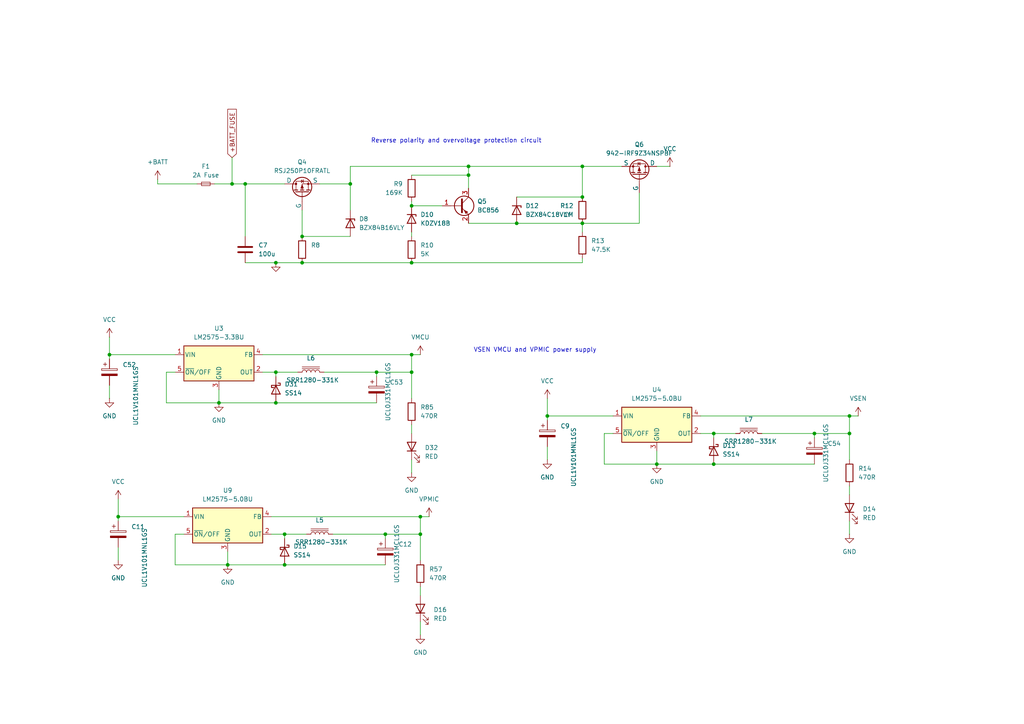
<source format=kicad_sch>
(kicad_sch
	(version 20250114)
	(generator "eeschema")
	(generator_version "9.0")
	(uuid "1dda5b59-2526-4535-a9b5-1c3b785645c2")
	(paper "A4")
	(lib_symbols
		(symbol "Device:C"
			(pin_numbers
				(hide yes)
			)
			(pin_names
				(offset 0.254)
			)
			(exclude_from_sim no)
			(in_bom yes)
			(on_board yes)
			(property "Reference" "C"
				(at 0.635 2.54 0)
				(effects
					(font
						(size 1.27 1.27)
					)
					(justify left)
				)
			)
			(property "Value" "C"
				(at 0.635 -2.54 0)
				(effects
					(font
						(size 1.27 1.27)
					)
					(justify left)
				)
			)
			(property "Footprint" ""
				(at 0.9652 -3.81 0)
				(effects
					(font
						(size 1.27 1.27)
					)
					(hide yes)
				)
			)
			(property "Datasheet" "~"
				(at 0 0 0)
				(effects
					(font
						(size 1.27 1.27)
					)
					(hide yes)
				)
			)
			(property "Description" "Unpolarized capacitor"
				(at 0 0 0)
				(effects
					(font
						(size 1.27 1.27)
					)
					(hide yes)
				)
			)
			(property "ki_keywords" "cap capacitor"
				(at 0 0 0)
				(effects
					(font
						(size 1.27 1.27)
					)
					(hide yes)
				)
			)
			(property "ki_fp_filters" "C_*"
				(at 0 0 0)
				(effects
					(font
						(size 1.27 1.27)
					)
					(hide yes)
				)
			)
			(symbol "C_0_1"
				(polyline
					(pts
						(xy -2.032 0.762) (xy 2.032 0.762)
					)
					(stroke
						(width 0.508)
						(type default)
					)
					(fill
						(type none)
					)
				)
				(polyline
					(pts
						(xy -2.032 -0.762) (xy 2.032 -0.762)
					)
					(stroke
						(width 0.508)
						(type default)
					)
					(fill
						(type none)
					)
				)
			)
			(symbol "C_1_1"
				(pin passive line
					(at 0 3.81 270)
					(length 2.794)
					(name "~"
						(effects
							(font
								(size 1.27 1.27)
							)
						)
					)
					(number "1"
						(effects
							(font
								(size 1.27 1.27)
							)
						)
					)
				)
				(pin passive line
					(at 0 -3.81 90)
					(length 2.794)
					(name "~"
						(effects
							(font
								(size 1.27 1.27)
							)
						)
					)
					(number "2"
						(effects
							(font
								(size 1.27 1.27)
							)
						)
					)
				)
			)
			(embedded_fonts no)
		)
		(symbol "Device:C_Polarized"
			(pin_numbers
				(hide yes)
			)
			(pin_names
				(offset 0.254)
			)
			(exclude_from_sim no)
			(in_bom yes)
			(on_board yes)
			(property "Reference" "C"
				(at 0.635 2.54 0)
				(effects
					(font
						(size 1.27 1.27)
					)
					(justify left)
				)
			)
			(property "Value" "C_Polarized"
				(at 0.635 -2.54 0)
				(effects
					(font
						(size 1.27 1.27)
					)
					(justify left)
				)
			)
			(property "Footprint" ""
				(at 0.9652 -3.81 0)
				(effects
					(font
						(size 1.27 1.27)
					)
					(hide yes)
				)
			)
			(property "Datasheet" "~"
				(at 0 0 0)
				(effects
					(font
						(size 1.27 1.27)
					)
					(hide yes)
				)
			)
			(property "Description" "Polarized capacitor"
				(at 0 0 0)
				(effects
					(font
						(size 1.27 1.27)
					)
					(hide yes)
				)
			)
			(property "ki_keywords" "cap capacitor"
				(at 0 0 0)
				(effects
					(font
						(size 1.27 1.27)
					)
					(hide yes)
				)
			)
			(property "ki_fp_filters" "CP_*"
				(at 0 0 0)
				(effects
					(font
						(size 1.27 1.27)
					)
					(hide yes)
				)
			)
			(symbol "C_Polarized_0_1"
				(rectangle
					(start -2.286 0.508)
					(end 2.286 1.016)
					(stroke
						(width 0)
						(type default)
					)
					(fill
						(type none)
					)
				)
				(polyline
					(pts
						(xy -1.778 2.286) (xy -0.762 2.286)
					)
					(stroke
						(width 0)
						(type default)
					)
					(fill
						(type none)
					)
				)
				(polyline
					(pts
						(xy -1.27 2.794) (xy -1.27 1.778)
					)
					(stroke
						(width 0)
						(type default)
					)
					(fill
						(type none)
					)
				)
				(rectangle
					(start 2.286 -0.508)
					(end -2.286 -1.016)
					(stroke
						(width 0)
						(type default)
					)
					(fill
						(type outline)
					)
				)
			)
			(symbol "C_Polarized_1_1"
				(pin passive line
					(at 0 3.81 270)
					(length 2.794)
					(name "~"
						(effects
							(font
								(size 1.27 1.27)
							)
						)
					)
					(number "1"
						(effects
							(font
								(size 1.27 1.27)
							)
						)
					)
				)
				(pin passive line
					(at 0 -3.81 90)
					(length 2.794)
					(name "~"
						(effects
							(font
								(size 1.27 1.27)
							)
						)
					)
					(number "2"
						(effects
							(font
								(size 1.27 1.27)
							)
						)
					)
				)
			)
			(embedded_fonts no)
		)
		(symbol "Device:D_Zener"
			(pin_numbers
				(hide yes)
			)
			(pin_names
				(offset 1.016)
				(hide yes)
			)
			(exclude_from_sim no)
			(in_bom yes)
			(on_board yes)
			(property "Reference" "D"
				(at 0 2.54 0)
				(effects
					(font
						(size 1.27 1.27)
					)
				)
			)
			(property "Value" "D_Zener"
				(at 0 -2.54 0)
				(effects
					(font
						(size 1.27 1.27)
					)
				)
			)
			(property "Footprint" ""
				(at 0 0 0)
				(effects
					(font
						(size 1.27 1.27)
					)
					(hide yes)
				)
			)
			(property "Datasheet" "~"
				(at 0 0 0)
				(effects
					(font
						(size 1.27 1.27)
					)
					(hide yes)
				)
			)
			(property "Description" "Zener diode"
				(at 0 0 0)
				(effects
					(font
						(size 1.27 1.27)
					)
					(hide yes)
				)
			)
			(property "ki_keywords" "diode"
				(at 0 0 0)
				(effects
					(font
						(size 1.27 1.27)
					)
					(hide yes)
				)
			)
			(property "ki_fp_filters" "TO-???* *_Diode_* *SingleDiode* D_*"
				(at 0 0 0)
				(effects
					(font
						(size 1.27 1.27)
					)
					(hide yes)
				)
			)
			(symbol "D_Zener_0_1"
				(polyline
					(pts
						(xy -1.27 -1.27) (xy -1.27 1.27) (xy -0.762 1.27)
					)
					(stroke
						(width 0.254)
						(type default)
					)
					(fill
						(type none)
					)
				)
				(polyline
					(pts
						(xy 1.27 0) (xy -1.27 0)
					)
					(stroke
						(width 0)
						(type default)
					)
					(fill
						(type none)
					)
				)
				(polyline
					(pts
						(xy 1.27 -1.27) (xy 1.27 1.27) (xy -1.27 0) (xy 1.27 -1.27)
					)
					(stroke
						(width 0.254)
						(type default)
					)
					(fill
						(type none)
					)
				)
			)
			(symbol "D_Zener_1_1"
				(pin passive line
					(at -3.81 0 0)
					(length 2.54)
					(name "K"
						(effects
							(font
								(size 1.27 1.27)
							)
						)
					)
					(number "1"
						(effects
							(font
								(size 1.27 1.27)
							)
						)
					)
				)
				(pin passive line
					(at 3.81 0 180)
					(length 2.54)
					(name "A"
						(effects
							(font
								(size 1.27 1.27)
							)
						)
					)
					(number "2"
						(effects
							(font
								(size 1.27 1.27)
							)
						)
					)
				)
			)
			(embedded_fonts no)
		)
		(symbol "Device:Fuse_Small"
			(pin_numbers
				(hide yes)
			)
			(pin_names
				(offset 0.254)
				(hide yes)
			)
			(exclude_from_sim no)
			(in_bom yes)
			(on_board yes)
			(property "Reference" "F"
				(at 0 -1.524 0)
				(effects
					(font
						(size 1.27 1.27)
					)
				)
			)
			(property "Value" "Fuse_Small"
				(at 0 1.524 0)
				(effects
					(font
						(size 1.27 1.27)
					)
				)
			)
			(property "Footprint" ""
				(at 0 0 0)
				(effects
					(font
						(size 1.27 1.27)
					)
					(hide yes)
				)
			)
			(property "Datasheet" "~"
				(at 0 0 0)
				(effects
					(font
						(size 1.27 1.27)
					)
					(hide yes)
				)
			)
			(property "Description" "Fuse, small symbol"
				(at 0 0 0)
				(effects
					(font
						(size 1.27 1.27)
					)
					(hide yes)
				)
			)
			(property "ki_keywords" "fuse"
				(at 0 0 0)
				(effects
					(font
						(size 1.27 1.27)
					)
					(hide yes)
				)
			)
			(property "ki_fp_filters" "*Fuse*"
				(at 0 0 0)
				(effects
					(font
						(size 1.27 1.27)
					)
					(hide yes)
				)
			)
			(symbol "Fuse_Small_0_1"
				(rectangle
					(start -1.27 0.508)
					(end 1.27 -0.508)
					(stroke
						(width 0)
						(type default)
					)
					(fill
						(type none)
					)
				)
				(polyline
					(pts
						(xy -1.27 0) (xy 1.27 0)
					)
					(stroke
						(width 0)
						(type default)
					)
					(fill
						(type none)
					)
				)
			)
			(symbol "Fuse_Small_1_1"
				(pin passive line
					(at -2.54 0 0)
					(length 1.27)
					(name "~"
						(effects
							(font
								(size 1.27 1.27)
							)
						)
					)
					(number "1"
						(effects
							(font
								(size 1.27 1.27)
							)
						)
					)
				)
				(pin passive line
					(at 2.54 0 180)
					(length 1.27)
					(name "~"
						(effects
							(font
								(size 1.27 1.27)
							)
						)
					)
					(number "2"
						(effects
							(font
								(size 1.27 1.27)
							)
						)
					)
				)
			)
			(embedded_fonts no)
		)
		(symbol "Device:LED"
			(pin_numbers
				(hide yes)
			)
			(pin_names
				(offset 1.016)
				(hide yes)
			)
			(exclude_from_sim no)
			(in_bom yes)
			(on_board yes)
			(property "Reference" "D"
				(at 0 2.54 0)
				(effects
					(font
						(size 1.27 1.27)
					)
				)
			)
			(property "Value" "LED"
				(at 0 -2.54 0)
				(effects
					(font
						(size 1.27 1.27)
					)
				)
			)
			(property "Footprint" ""
				(at 0 0 0)
				(effects
					(font
						(size 1.27 1.27)
					)
					(hide yes)
				)
			)
			(property "Datasheet" "~"
				(at 0 0 0)
				(effects
					(font
						(size 1.27 1.27)
					)
					(hide yes)
				)
			)
			(property "Description" "Light emitting diode"
				(at 0 0 0)
				(effects
					(font
						(size 1.27 1.27)
					)
					(hide yes)
				)
			)
			(property "Sim.Pins" "1=K 2=A"
				(at 0 0 0)
				(effects
					(font
						(size 1.27 1.27)
					)
					(hide yes)
				)
			)
			(property "ki_keywords" "LED diode"
				(at 0 0 0)
				(effects
					(font
						(size 1.27 1.27)
					)
					(hide yes)
				)
			)
			(property "ki_fp_filters" "LED* LED_SMD:* LED_THT:*"
				(at 0 0 0)
				(effects
					(font
						(size 1.27 1.27)
					)
					(hide yes)
				)
			)
			(symbol "LED_0_1"
				(polyline
					(pts
						(xy -3.048 -0.762) (xy -4.572 -2.286) (xy -3.81 -2.286) (xy -4.572 -2.286) (xy -4.572 -1.524)
					)
					(stroke
						(width 0)
						(type default)
					)
					(fill
						(type none)
					)
				)
				(polyline
					(pts
						(xy -1.778 -0.762) (xy -3.302 -2.286) (xy -2.54 -2.286) (xy -3.302 -2.286) (xy -3.302 -1.524)
					)
					(stroke
						(width 0)
						(type default)
					)
					(fill
						(type none)
					)
				)
				(polyline
					(pts
						(xy -1.27 0) (xy 1.27 0)
					)
					(stroke
						(width 0)
						(type default)
					)
					(fill
						(type none)
					)
				)
				(polyline
					(pts
						(xy -1.27 -1.27) (xy -1.27 1.27)
					)
					(stroke
						(width 0.254)
						(type default)
					)
					(fill
						(type none)
					)
				)
				(polyline
					(pts
						(xy 1.27 -1.27) (xy 1.27 1.27) (xy -1.27 0) (xy 1.27 -1.27)
					)
					(stroke
						(width 0.254)
						(type default)
					)
					(fill
						(type none)
					)
				)
			)
			(symbol "LED_1_1"
				(pin passive line
					(at -3.81 0 0)
					(length 2.54)
					(name "K"
						(effects
							(font
								(size 1.27 1.27)
							)
						)
					)
					(number "1"
						(effects
							(font
								(size 1.27 1.27)
							)
						)
					)
				)
				(pin passive line
					(at 3.81 0 180)
					(length 2.54)
					(name "A"
						(effects
							(font
								(size 1.27 1.27)
							)
						)
					)
					(number "2"
						(effects
							(font
								(size 1.27 1.27)
							)
						)
					)
				)
			)
			(embedded_fonts no)
		)
		(symbol "Device:L_Iron"
			(pin_numbers
				(hide yes)
			)
			(pin_names
				(offset 1.016)
				(hide yes)
			)
			(exclude_from_sim no)
			(in_bom yes)
			(on_board yes)
			(property "Reference" "L"
				(at -1.27 0 90)
				(effects
					(font
						(size 1.27 1.27)
					)
				)
			)
			(property "Value" "L_Iron"
				(at 2.794 0 90)
				(effects
					(font
						(size 1.27 1.27)
					)
				)
			)
			(property "Footprint" ""
				(at 0 0 0)
				(effects
					(font
						(size 1.27 1.27)
					)
					(hide yes)
				)
			)
			(property "Datasheet" "~"
				(at 0 0 0)
				(effects
					(font
						(size 1.27 1.27)
					)
					(hide yes)
				)
			)
			(property "Description" "Inductor with iron core"
				(at 0 0 0)
				(effects
					(font
						(size 1.27 1.27)
					)
					(hide yes)
				)
			)
			(property "ki_keywords" "inductor choke coil reactor magnetic"
				(at 0 0 0)
				(effects
					(font
						(size 1.27 1.27)
					)
					(hide yes)
				)
			)
			(property "ki_fp_filters" "Choke_* *Coil* Inductor_* L_*"
				(at 0 0 0)
				(effects
					(font
						(size 1.27 1.27)
					)
					(hide yes)
				)
			)
			(symbol "L_Iron_0_1"
				(arc
					(start 0 2.54)
					(mid 0.6323 1.905)
					(end 0 1.27)
					(stroke
						(width 0)
						(type default)
					)
					(fill
						(type none)
					)
				)
				(arc
					(start 0 1.27)
					(mid 0.6323 0.635)
					(end 0 0)
					(stroke
						(width 0)
						(type default)
					)
					(fill
						(type none)
					)
				)
				(arc
					(start 0 0)
					(mid 0.6323 -0.635)
					(end 0 -1.27)
					(stroke
						(width 0)
						(type default)
					)
					(fill
						(type none)
					)
				)
				(arc
					(start 0 -1.27)
					(mid 0.6323 -1.905)
					(end 0 -2.54)
					(stroke
						(width 0)
						(type default)
					)
					(fill
						(type none)
					)
				)
				(polyline
					(pts
						(xy 1.016 2.54) (xy 1.016 -2.54)
					)
					(stroke
						(width 0)
						(type default)
					)
					(fill
						(type none)
					)
				)
				(polyline
					(pts
						(xy 1.524 -2.54) (xy 1.524 2.54)
					)
					(stroke
						(width 0)
						(type default)
					)
					(fill
						(type none)
					)
				)
			)
			(symbol "L_Iron_1_1"
				(pin passive line
					(at 0 3.81 270)
					(length 1.27)
					(name "1"
						(effects
							(font
								(size 1.27 1.27)
							)
						)
					)
					(number "1"
						(effects
							(font
								(size 1.27 1.27)
							)
						)
					)
				)
				(pin passive line
					(at 0 -3.81 90)
					(length 1.27)
					(name "2"
						(effects
							(font
								(size 1.27 1.27)
							)
						)
					)
					(number "2"
						(effects
							(font
								(size 1.27 1.27)
							)
						)
					)
				)
			)
			(embedded_fonts no)
		)
		(symbol "Device:R"
			(pin_numbers
				(hide yes)
			)
			(pin_names
				(offset 0)
			)
			(exclude_from_sim no)
			(in_bom yes)
			(on_board yes)
			(property "Reference" "R"
				(at 2.032 0 90)
				(effects
					(font
						(size 1.27 1.27)
					)
				)
			)
			(property "Value" "R"
				(at 0 0 90)
				(effects
					(font
						(size 1.27 1.27)
					)
				)
			)
			(property "Footprint" ""
				(at -1.778 0 90)
				(effects
					(font
						(size 1.27 1.27)
					)
					(hide yes)
				)
			)
			(property "Datasheet" "~"
				(at 0 0 0)
				(effects
					(font
						(size 1.27 1.27)
					)
					(hide yes)
				)
			)
			(property "Description" "Resistor"
				(at 0 0 0)
				(effects
					(font
						(size 1.27 1.27)
					)
					(hide yes)
				)
			)
			(property "ki_keywords" "R res resistor"
				(at 0 0 0)
				(effects
					(font
						(size 1.27 1.27)
					)
					(hide yes)
				)
			)
			(property "ki_fp_filters" "R_*"
				(at 0 0 0)
				(effects
					(font
						(size 1.27 1.27)
					)
					(hide yes)
				)
			)
			(symbol "R_0_1"
				(rectangle
					(start -1.016 -2.54)
					(end 1.016 2.54)
					(stroke
						(width 0.254)
						(type default)
					)
					(fill
						(type none)
					)
				)
			)
			(symbol "R_1_1"
				(pin passive line
					(at 0 3.81 270)
					(length 1.27)
					(name "~"
						(effects
							(font
								(size 1.27 1.27)
							)
						)
					)
					(number "1"
						(effects
							(font
								(size 1.27 1.27)
							)
						)
					)
				)
				(pin passive line
					(at 0 -3.81 90)
					(length 1.27)
					(name "~"
						(effects
							(font
								(size 1.27 1.27)
							)
						)
					)
					(number "2"
						(effects
							(font
								(size 1.27 1.27)
							)
						)
					)
				)
			)
			(embedded_fonts no)
		)
		(symbol "Diode:BZX84Cxx"
			(pin_numbers
				(hide yes)
			)
			(pin_names
				(hide yes)
			)
			(exclude_from_sim no)
			(in_bom yes)
			(on_board yes)
			(property "Reference" "D"
				(at 0 3.81 0)
				(effects
					(font
						(size 1.27 1.27)
					)
				)
			)
			(property "Value" "BZX84Cxx"
				(at 0 -3.81 0)
				(effects
					(font
						(size 1.27 1.27)
					)
				)
			)
			(property "Footprint" "Package_TO_SOT_SMD:SOT-23"
				(at 0 0 0)
				(effects
					(font
						(size 1.27 1.27)
					)
					(hide yes)
				)
			)
			(property "Datasheet" "https://diotec.com/tl_files/diotec/files/pdf/datasheets/bzx84c2v4.pdf"
				(at 0 0 0)
				(effects
					(font
						(size 1.27 1.27)
					)
					(hide yes)
				)
			)
			(property "Description" "300mW Zener Diode, SOT-23"
				(at 0 0 0)
				(effects
					(font
						(size 1.27 1.27)
					)
					(hide yes)
				)
			)
			(property "ki_keywords" "zener diode"
				(at 0 0 0)
				(effects
					(font
						(size 1.27 1.27)
					)
					(hide yes)
				)
			)
			(property "ki_fp_filters" "SOT?23*"
				(at 0 0 0)
				(effects
					(font
						(size 1.27 1.27)
					)
					(hide yes)
				)
			)
			(symbol "BZX84Cxx_0_1"
				(polyline
					(pts
						(xy -1.27 -1.27) (xy -1.27 1.27) (xy -0.762 1.27)
					)
					(stroke
						(width 0.254)
						(type default)
					)
					(fill
						(type none)
					)
				)
				(polyline
					(pts
						(xy 1.27 0) (xy -1.27 0)
					)
					(stroke
						(width 0)
						(type default)
					)
					(fill
						(type none)
					)
				)
				(polyline
					(pts
						(xy 1.27 -1.27) (xy 1.27 1.27) (xy -1.27 0) (xy 1.27 -1.27)
					)
					(stroke
						(width 0.254)
						(type default)
					)
					(fill
						(type none)
					)
				)
			)
			(symbol "BZX84Cxx_1_1"
				(pin passive line
					(at -3.81 0 0)
					(length 2.54)
					(name "K"
						(effects
							(font
								(size 1.27 1.27)
							)
						)
					)
					(number "3"
						(effects
							(font
								(size 1.27 1.27)
							)
						)
					)
				)
				(pin no_connect line
					(at 1.27 0 180)
					(length 2.54)
					(hide yes)
					(name "NC"
						(effects
							(font
								(size 1.27 1.27)
							)
						)
					)
					(number "2"
						(effects
							(font
								(size 1.27 1.27)
							)
						)
					)
				)
				(pin passive line
					(at 3.81 0 180)
					(length 2.54)
					(name "A"
						(effects
							(font
								(size 1.27 1.27)
							)
						)
					)
					(number "1"
						(effects
							(font
								(size 1.27 1.27)
							)
						)
					)
				)
			)
			(embedded_fonts no)
		)
		(symbol "Diode:SS14"
			(pin_numbers
				(hide yes)
			)
			(pin_names
				(offset 1.016)
				(hide yes)
			)
			(exclude_from_sim no)
			(in_bom yes)
			(on_board yes)
			(property "Reference" "D"
				(at 0 2.54 0)
				(effects
					(font
						(size 1.27 1.27)
					)
				)
			)
			(property "Value" "SS14"
				(at 0 -2.54 0)
				(effects
					(font
						(size 1.27 1.27)
					)
				)
			)
			(property "Footprint" "Diode_SMD:D_SMA"
				(at 0 -4.445 0)
				(effects
					(font
						(size 1.27 1.27)
					)
					(hide yes)
				)
			)
			(property "Datasheet" "https://www.vishay.com/docs/88746/ss12.pdf"
				(at 0 0 0)
				(effects
					(font
						(size 1.27 1.27)
					)
					(hide yes)
				)
			)
			(property "Description" "40V 1A Schottky Diode, SMA"
				(at 0 0 0)
				(effects
					(font
						(size 1.27 1.27)
					)
					(hide yes)
				)
			)
			(property "ki_keywords" "diode Schottky"
				(at 0 0 0)
				(effects
					(font
						(size 1.27 1.27)
					)
					(hide yes)
				)
			)
			(property "ki_fp_filters" "D*SMA*"
				(at 0 0 0)
				(effects
					(font
						(size 1.27 1.27)
					)
					(hide yes)
				)
			)
			(symbol "SS14_0_1"
				(polyline
					(pts
						(xy -1.905 0.635) (xy -1.905 1.27) (xy -1.27 1.27) (xy -1.27 -1.27) (xy -0.635 -1.27) (xy -0.635 -0.635)
					)
					(stroke
						(width 0.254)
						(type default)
					)
					(fill
						(type none)
					)
				)
				(polyline
					(pts
						(xy 1.27 1.27) (xy 1.27 -1.27) (xy -1.27 0) (xy 1.27 1.27)
					)
					(stroke
						(width 0.254)
						(type default)
					)
					(fill
						(type none)
					)
				)
				(polyline
					(pts
						(xy 1.27 0) (xy -1.27 0)
					)
					(stroke
						(width 0)
						(type default)
					)
					(fill
						(type none)
					)
				)
			)
			(symbol "SS14_1_1"
				(pin passive line
					(at -3.81 0 0)
					(length 2.54)
					(name "K"
						(effects
							(font
								(size 1.27 1.27)
							)
						)
					)
					(number "1"
						(effects
							(font
								(size 1.27 1.27)
							)
						)
					)
				)
				(pin passive line
					(at 3.81 0 180)
					(length 2.54)
					(name "A"
						(effects
							(font
								(size 1.27 1.27)
							)
						)
					)
					(number "2"
						(effects
							(font
								(size 1.27 1.27)
							)
						)
					)
				)
			)
			(embedded_fonts no)
		)
		(symbol "Library_sym.pretty:PMOS-FET"
			(pin_numbers
				(hide yes)
			)
			(pin_names
				(offset 0)
			)
			(exclude_from_sim no)
			(in_bom yes)
			(on_board yes)
			(property "Reference" "Q"
				(at 5.08 1.27 0)
				(effects
					(font
						(size 1.27 1.27)
					)
					(justify left)
				)
			)
			(property "Value" "PMOS-FET"
				(at 5.08 -1.27 0)
				(effects
					(font
						(size 1.27 1.27)
					)
					(justify left)
				)
			)
			(property "Footprint" ""
				(at 5.08 2.54 0)
				(effects
					(font
						(size 1.27 1.27)
					)
					(hide yes)
				)
			)
			(property "Datasheet" "https://ngspice.sourceforge.io/docs/ngspice-html-manual/manual.xhtml#cha_MOSFETs"
				(at 0 -12.7 0)
				(effects
					(font
						(size 1.27 1.27)
					)
					(hide yes)
				)
			)
			(property "Description" "P-MOSFET transistor, drain/source/gate"
				(at 0 0 0)
				(effects
					(font
						(size 1.27 1.27)
					)
					(hide yes)
				)
			)
			(property "Sim.Device" "PMOS"
				(at 0 -17.145 0)
				(effects
					(font
						(size 1.27 1.27)
					)
					(hide yes)
				)
			)
			(property "Sim.Type" "VDMOS"
				(at 0 -19.05 0)
				(effects
					(font
						(size 1.27 1.27)
					)
					(hide yes)
				)
			)
			(property "Sim.Pins" "1=D 2=G 3=S"
				(at 0 -15.24 0)
				(effects
					(font
						(size 1.27 1.27)
					)
					(hide yes)
				)
			)
			(property "ki_keywords" "transistor PMOS P-MOS P-MOSFET simulation"
				(at 0 0 0)
				(effects
					(font
						(size 1.27 1.27)
					)
					(hide yes)
				)
			)
			(symbol "PMOS-FET_0_1"
				(polyline
					(pts
						(xy 0.254 1.905) (xy 0.254 -1.905)
					)
					(stroke
						(width 0.254)
						(type default)
					)
					(fill
						(type none)
					)
				)
				(polyline
					(pts
						(xy 0.254 0) (xy -2.54 0)
					)
					(stroke
						(width 0)
						(type default)
					)
					(fill
						(type none)
					)
				)
				(polyline
					(pts
						(xy 0.762 2.286) (xy 0.762 1.27)
					)
					(stroke
						(width 0.254)
						(type default)
					)
					(fill
						(type none)
					)
				)
				(polyline
					(pts
						(xy 0.762 1.778) (xy 3.302 1.778) (xy 3.302 -1.778) (xy 0.762 -1.778)
					)
					(stroke
						(width 0)
						(type default)
					)
					(fill
						(type none)
					)
				)
				(polyline
					(pts
						(xy 0.762 0.508) (xy 0.762 -0.508)
					)
					(stroke
						(width 0.254)
						(type default)
					)
					(fill
						(type none)
					)
				)
				(polyline
					(pts
						(xy 0.762 -1.27) (xy 0.762 -2.286)
					)
					(stroke
						(width 0.254)
						(type default)
					)
					(fill
						(type none)
					)
				)
				(circle
					(center 1.651 0)
					(radius 2.794)
					(stroke
						(width 0.254)
						(type default)
					)
					(fill
						(type none)
					)
				)
				(polyline
					(pts
						(xy 2.286 0) (xy 1.27 0.381) (xy 1.27 -0.381) (xy 2.286 0)
					)
					(stroke
						(width 0)
						(type default)
					)
					(fill
						(type outline)
					)
				)
				(polyline
					(pts
						(xy 2.54 2.54) (xy 2.54 1.778)
					)
					(stroke
						(width 0)
						(type default)
					)
					(fill
						(type none)
					)
				)
				(circle
					(center 2.54 1.778)
					(radius 0.254)
					(stroke
						(width 0)
						(type default)
					)
					(fill
						(type outline)
					)
				)
				(circle
					(center 2.54 -1.778)
					(radius 0.254)
					(stroke
						(width 0)
						(type default)
					)
					(fill
						(type outline)
					)
				)
				(polyline
					(pts
						(xy 2.54 -2.54) (xy 2.54 0) (xy 0.762 0)
					)
					(stroke
						(width 0)
						(type default)
					)
					(fill
						(type none)
					)
				)
				(polyline
					(pts
						(xy 2.794 -0.508) (xy 2.921 -0.381) (xy 3.683 -0.381) (xy 3.81 -0.254)
					)
					(stroke
						(width 0)
						(type default)
					)
					(fill
						(type none)
					)
				)
				(polyline
					(pts
						(xy 3.302 -0.381) (xy 2.921 0.254) (xy 3.683 0.254) (xy 3.302 -0.381)
					)
					(stroke
						(width 0)
						(type default)
					)
					(fill
						(type none)
					)
				)
			)
			(symbol "PMOS-FET_1_1"
				(pin passive line
					(at -5.08 0 0)
					(length 2.54)
					(name "G"
						(effects
							(font
								(size 1.27 1.27)
							)
						)
					)
					(number "1"
						(effects
							(font
								(size 1.27 1.27)
							)
						)
					)
				)
				(pin passive line
					(at 2.54 5.08 270)
					(length 2.54)
					(name "D"
						(effects
							(font
								(size 1.27 1.27)
							)
						)
					)
					(number "2"
						(effects
							(font
								(size 1.27 1.27)
							)
						)
					)
				)
				(pin passive line
					(at 2.54 -5.08 90)
					(length 2.54)
					(name "S"
						(effects
							(font
								(size 1.27 1.27)
							)
						)
					)
					(number "3"
						(effects
							(font
								(size 1.27 1.27)
							)
						)
					)
				)
			)
			(embedded_fonts no)
		)
		(symbol "R_1"
			(pin_numbers
				(hide yes)
			)
			(pin_names
				(offset 0)
			)
			(exclude_from_sim no)
			(in_bom yes)
			(on_board yes)
			(property "Reference" "R"
				(at 2.032 0 90)
				(effects
					(font
						(size 1.27 1.27)
					)
				)
			)
			(property "Value" "R"
				(at 0 0 90)
				(effects
					(font
						(size 1.27 1.27)
					)
				)
			)
			(property "Footprint" ""
				(at -1.778 0 90)
				(effects
					(font
						(size 1.27 1.27)
					)
					(hide yes)
				)
			)
			(property "Datasheet" "~"
				(at 0 0 0)
				(effects
					(font
						(size 1.27 1.27)
					)
					(hide yes)
				)
			)
			(property "Description" "Resistor"
				(at 0 0 0)
				(effects
					(font
						(size 1.27 1.27)
					)
					(hide yes)
				)
			)
			(property "ki_keywords" "R res resistor"
				(at 0 0 0)
				(effects
					(font
						(size 1.27 1.27)
					)
					(hide yes)
				)
			)
			(property "ki_fp_filters" "R_*"
				(at 0 0 0)
				(effects
					(font
						(size 1.27 1.27)
					)
					(hide yes)
				)
			)
			(symbol "R_1_0_1"
				(rectangle
					(start -1.016 -2.54)
					(end 1.016 2.54)
					(stroke
						(width 0.254)
						(type default)
					)
					(fill
						(type none)
					)
				)
			)
			(symbol "R_1_1_1"
				(pin passive line
					(at 0 3.81 270)
					(length 1.27)
					(name "~"
						(effects
							(font
								(size 1.27 1.27)
							)
						)
					)
					(number "1"
						(effects
							(font
								(size 1.27 1.27)
							)
						)
					)
				)
				(pin passive line
					(at 0 -3.81 90)
					(length 1.27)
					(name "~"
						(effects
							(font
								(size 1.27 1.27)
							)
						)
					)
					(number "2"
						(effects
							(font
								(size 1.27 1.27)
							)
						)
					)
				)
			)
			(embedded_fonts no)
		)
		(symbol "Regulator_Switching:LM2575-3.3BU"
			(pin_names
				(offset 0.254)
			)
			(exclude_from_sim no)
			(in_bom yes)
			(on_board yes)
			(property "Reference" "U"
				(at -10.16 6.35 0)
				(effects
					(font
						(size 1.27 1.27)
					)
					(justify left)
				)
			)
			(property "Value" "LM2575-3.3BU"
				(at 0 6.35 0)
				(effects
					(font
						(size 1.27 1.27)
					)
					(justify left)
				)
			)
			(property "Footprint" "Package_TO_SOT_SMD:TO-263-5_TabPin3"
				(at 0 -6.35 0)
				(effects
					(font
						(size 1.27 1.27)
						(italic yes)
					)
					(justify left)
					(hide yes)
				)
			)
			(property "Datasheet" "http://ww1.microchip.com/downloads/en/DeviceDoc/lm2575.pdf"
				(at 0 0 0)
				(effects
					(font
						(size 1.27 1.27)
					)
					(hide yes)
				)
			)
			(property "Description" "Fixed 3.3V 52kHz Simple 1A Buck Regulator, TO-263"
				(at 0 0 0)
				(effects
					(font
						(size 1.27 1.27)
					)
					(hide yes)
				)
			)
			(property "ki_keywords" "Buck regulator Switcher"
				(at 0 0 0)
				(effects
					(font
						(size 1.27 1.27)
					)
					(hide yes)
				)
			)
			(property "ki_fp_filters" "TO?263*"
				(at 0 0 0)
				(effects
					(font
						(size 1.27 1.27)
					)
					(hide yes)
				)
			)
			(symbol "LM2575-3.3BU_0_1"
				(rectangle
					(start -10.16 5.08)
					(end 10.16 -5.08)
					(stroke
						(width 0.254)
						(type default)
					)
					(fill
						(type background)
					)
				)
			)
			(symbol "LM2575-3.3BU_1_1"
				(pin power_in line
					(at -12.7 2.54 0)
					(length 2.54)
					(name "VIN"
						(effects
							(font
								(size 1.27 1.27)
							)
						)
					)
					(number "1"
						(effects
							(font
								(size 1.27 1.27)
							)
						)
					)
				)
				(pin input line
					(at -12.7 -2.54 0)
					(length 2.54)
					(name "~{ON}/OFF"
						(effects
							(font
								(size 1.27 1.27)
							)
						)
					)
					(number "5"
						(effects
							(font
								(size 1.27 1.27)
							)
						)
					)
				)
				(pin power_in line
					(at 0 -7.62 90)
					(length 2.54)
					(name "GND"
						(effects
							(font
								(size 1.27 1.27)
							)
						)
					)
					(number "3"
						(effects
							(font
								(size 1.27 1.27)
							)
						)
					)
				)
				(pin input line
					(at 12.7 2.54 180)
					(length 2.54)
					(name "FB"
						(effects
							(font
								(size 1.27 1.27)
							)
						)
					)
					(number "4"
						(effects
							(font
								(size 1.27 1.27)
							)
						)
					)
				)
				(pin output line
					(at 12.7 -2.54 180)
					(length 2.54)
					(name "OUT"
						(effects
							(font
								(size 1.27 1.27)
							)
						)
					)
					(number "2"
						(effects
							(font
								(size 1.27 1.27)
							)
						)
					)
				)
			)
			(embedded_fonts no)
		)
		(symbol "Regulator_Switching:LM2575-5.0BU"
			(pin_names
				(offset 0.254)
			)
			(exclude_from_sim no)
			(in_bom yes)
			(on_board yes)
			(property "Reference" "U"
				(at -10.16 6.35 0)
				(effects
					(font
						(size 1.27 1.27)
					)
					(justify left)
				)
			)
			(property "Value" "LM2575-5.0BU"
				(at 0 6.35 0)
				(effects
					(font
						(size 1.27 1.27)
					)
					(justify left)
				)
			)
			(property "Footprint" "Package_TO_SOT_SMD:TO-263-5_TabPin3"
				(at 0 -6.35 0)
				(effects
					(font
						(size 1.27 1.27)
						(italic yes)
					)
					(justify left)
					(hide yes)
				)
			)
			(property "Datasheet" "http://ww1.microchip.com/downloads/en/DeviceDoc/lm2575.pdf"
				(at 0 0 0)
				(effects
					(font
						(size 1.27 1.27)
					)
					(hide yes)
				)
			)
			(property "Description" "Fixed 5.0V 52kHz Simple 1A Buck Regulator, TO-263"
				(at 0 0 0)
				(effects
					(font
						(size 1.27 1.27)
					)
					(hide yes)
				)
			)
			(property "ki_keywords" "Buck regulator Switcher"
				(at 0 0 0)
				(effects
					(font
						(size 1.27 1.27)
					)
					(hide yes)
				)
			)
			(property "ki_fp_filters" "TO?263*"
				(at 0 0 0)
				(effects
					(font
						(size 1.27 1.27)
					)
					(hide yes)
				)
			)
			(symbol "LM2575-5.0BU_0_1"
				(rectangle
					(start -10.16 5.08)
					(end 10.16 -5.08)
					(stroke
						(width 0.254)
						(type default)
					)
					(fill
						(type background)
					)
				)
			)
			(symbol "LM2575-5.0BU_1_1"
				(pin power_in line
					(at -12.7 2.54 0)
					(length 2.54)
					(name "VIN"
						(effects
							(font
								(size 1.27 1.27)
							)
						)
					)
					(number "1"
						(effects
							(font
								(size 1.27 1.27)
							)
						)
					)
				)
				(pin input line
					(at -12.7 -2.54 0)
					(length 2.54)
					(name "~{ON}/OFF"
						(effects
							(font
								(size 1.27 1.27)
							)
						)
					)
					(number "5"
						(effects
							(font
								(size 1.27 1.27)
							)
						)
					)
				)
				(pin power_in line
					(at 0 -7.62 90)
					(length 2.54)
					(name "GND"
						(effects
							(font
								(size 1.27 1.27)
							)
						)
					)
					(number "3"
						(effects
							(font
								(size 1.27 1.27)
							)
						)
					)
				)
				(pin input line
					(at 12.7 2.54 180)
					(length 2.54)
					(name "FB"
						(effects
							(font
								(size 1.27 1.27)
							)
						)
					)
					(number "4"
						(effects
							(font
								(size 1.27 1.27)
							)
						)
					)
				)
				(pin output line
					(at 12.7 -2.54 180)
					(length 2.54)
					(name "OUT"
						(effects
							(font
								(size 1.27 1.27)
							)
						)
					)
					(number "2"
						(effects
							(font
								(size 1.27 1.27)
							)
						)
					)
				)
			)
			(embedded_fonts no)
		)
		(symbol "Transistor_BJT:BC856"
			(pin_names
				(offset 0)
				(hide yes)
			)
			(exclude_from_sim no)
			(in_bom yes)
			(on_board yes)
			(property "Reference" "Q"
				(at 5.08 1.905 0)
				(effects
					(font
						(size 1.27 1.27)
					)
					(justify left)
				)
			)
			(property "Value" "BC856"
				(at 5.08 0 0)
				(effects
					(font
						(size 1.27 1.27)
					)
					(justify left)
				)
			)
			(property "Footprint" "Package_TO_SOT_SMD:SOT-23"
				(at 5.08 -1.905 0)
				(effects
					(font
						(size 1.27 1.27)
						(italic yes)
					)
					(justify left)
					(hide yes)
				)
			)
			(property "Datasheet" "https://www.onsemi.com/pub/Collateral/BC860-D.pdf"
				(at 0 0 0)
				(effects
					(font
						(size 1.27 1.27)
					)
					(justify left)
					(hide yes)
				)
			)
			(property "Description" "0.1A Ic, 65V Vce, PNP Transistor, SOT-23"
				(at 0 0 0)
				(effects
					(font
						(size 1.27 1.27)
					)
					(hide yes)
				)
			)
			(property "ki_keywords" "PNP transistor"
				(at 0 0 0)
				(effects
					(font
						(size 1.27 1.27)
					)
					(hide yes)
				)
			)
			(property "ki_fp_filters" "SOT?23*"
				(at 0 0 0)
				(effects
					(font
						(size 1.27 1.27)
					)
					(hide yes)
				)
			)
			(symbol "BC856_0_1"
				(polyline
					(pts
						(xy -2.54 0) (xy 0.635 0)
					)
					(stroke
						(width 0)
						(type default)
					)
					(fill
						(type none)
					)
				)
				(polyline
					(pts
						(xy 0.635 1.905) (xy 0.635 -1.905)
					)
					(stroke
						(width 0.508)
						(type default)
					)
					(fill
						(type none)
					)
				)
				(polyline
					(pts
						(xy 0.635 0.635) (xy 2.54 2.54)
					)
					(stroke
						(width 0)
						(type default)
					)
					(fill
						(type none)
					)
				)
				(polyline
					(pts
						(xy 0.635 -0.635) (xy 2.54 -2.54)
					)
					(stroke
						(width 0)
						(type default)
					)
					(fill
						(type none)
					)
				)
				(circle
					(center 1.27 0)
					(radius 2.8194)
					(stroke
						(width 0.254)
						(type default)
					)
					(fill
						(type none)
					)
				)
				(polyline
					(pts
						(xy 2.286 -1.778) (xy 1.778 -2.286) (xy 1.27 -1.27) (xy 2.286 -1.778)
					)
					(stroke
						(width 0)
						(type default)
					)
					(fill
						(type outline)
					)
				)
			)
			(symbol "BC856_1_1"
				(pin input line
					(at -5.08 0 0)
					(length 2.54)
					(name "B"
						(effects
							(font
								(size 1.27 1.27)
							)
						)
					)
					(number "1"
						(effects
							(font
								(size 1.27 1.27)
							)
						)
					)
				)
				(pin passive line
					(at 2.54 5.08 270)
					(length 2.54)
					(name "C"
						(effects
							(font
								(size 1.27 1.27)
							)
						)
					)
					(number "3"
						(effects
							(font
								(size 1.27 1.27)
							)
						)
					)
				)
				(pin passive line
					(at 2.54 -5.08 90)
					(length 2.54)
					(name "E"
						(effects
							(font
								(size 1.27 1.27)
							)
						)
					)
					(number "2"
						(effects
							(font
								(size 1.27 1.27)
							)
						)
					)
				)
			)
			(embedded_fonts no)
		)
		(symbol "power:+3V3"
			(power)
			(pin_numbers
				(hide yes)
			)
			(pin_names
				(offset 0)
				(hide yes)
			)
			(exclude_from_sim no)
			(in_bom yes)
			(on_board yes)
			(property "Reference" "#PWR"
				(at 0 -3.81 0)
				(effects
					(font
						(size 1.27 1.27)
					)
					(hide yes)
				)
			)
			(property "Value" "+3V3"
				(at 0 3.556 0)
				(effects
					(font
						(size 1.27 1.27)
					)
				)
			)
			(property "Footprint" ""
				(at 0 0 0)
				(effects
					(font
						(size 1.27 1.27)
					)
					(hide yes)
				)
			)
			(property "Datasheet" ""
				(at 0 0 0)
				(effects
					(font
						(size 1.27 1.27)
					)
					(hide yes)
				)
			)
			(property "Description" "Power symbol creates a global label with name \"+3V3\""
				(at 0 0 0)
				(effects
					(font
						(size 1.27 1.27)
					)
					(hide yes)
				)
			)
			(property "ki_keywords" "global power"
				(at 0 0 0)
				(effects
					(font
						(size 1.27 1.27)
					)
					(hide yes)
				)
			)
			(symbol "+3V3_0_1"
				(polyline
					(pts
						(xy -0.762 1.27) (xy 0 2.54)
					)
					(stroke
						(width 0)
						(type default)
					)
					(fill
						(type none)
					)
				)
				(polyline
					(pts
						(xy 0 2.54) (xy 0.762 1.27)
					)
					(stroke
						(width 0)
						(type default)
					)
					(fill
						(type none)
					)
				)
				(polyline
					(pts
						(xy 0 0) (xy 0 2.54)
					)
					(stroke
						(width 0)
						(type default)
					)
					(fill
						(type none)
					)
				)
			)
			(symbol "+3V3_1_1"
				(pin power_in line
					(at 0 0 90)
					(length 0)
					(name "~"
						(effects
							(font
								(size 1.27 1.27)
							)
						)
					)
					(number "1"
						(effects
							(font
								(size 1.27 1.27)
							)
						)
					)
				)
			)
			(embedded_fonts no)
		)
		(symbol "power:+5V"
			(power)
			(pin_numbers
				(hide yes)
			)
			(pin_names
				(offset 0)
				(hide yes)
			)
			(exclude_from_sim no)
			(in_bom yes)
			(on_board yes)
			(property "Reference" "#PWR"
				(at 0 -3.81 0)
				(effects
					(font
						(size 1.27 1.27)
					)
					(hide yes)
				)
			)
			(property "Value" "+5V"
				(at 0 3.556 0)
				(effects
					(font
						(size 1.27 1.27)
					)
				)
			)
			(property "Footprint" ""
				(at 0 0 0)
				(effects
					(font
						(size 1.27 1.27)
					)
					(hide yes)
				)
			)
			(property "Datasheet" ""
				(at 0 0 0)
				(effects
					(font
						(size 1.27 1.27)
					)
					(hide yes)
				)
			)
			(property "Description" "Power symbol creates a global label with name \"+5V\""
				(at 0 0 0)
				(effects
					(font
						(size 1.27 1.27)
					)
					(hide yes)
				)
			)
			(property "ki_keywords" "global power"
				(at 0 0 0)
				(effects
					(font
						(size 1.27 1.27)
					)
					(hide yes)
				)
			)
			(symbol "+5V_0_1"
				(polyline
					(pts
						(xy -0.762 1.27) (xy 0 2.54)
					)
					(stroke
						(width 0)
						(type default)
					)
					(fill
						(type none)
					)
				)
				(polyline
					(pts
						(xy 0 2.54) (xy 0.762 1.27)
					)
					(stroke
						(width 0)
						(type default)
					)
					(fill
						(type none)
					)
				)
				(polyline
					(pts
						(xy 0 0) (xy 0 2.54)
					)
					(stroke
						(width 0)
						(type default)
					)
					(fill
						(type none)
					)
				)
			)
			(symbol "+5V_1_1"
				(pin power_in line
					(at 0 0 90)
					(length 0)
					(name "~"
						(effects
							(font
								(size 1.27 1.27)
							)
						)
					)
					(number "1"
						(effects
							(font
								(size 1.27 1.27)
							)
						)
					)
				)
			)
			(embedded_fonts no)
		)
		(symbol "power:+5VP"
			(power)
			(pin_numbers
				(hide yes)
			)
			(pin_names
				(offset 0)
				(hide yes)
			)
			(exclude_from_sim no)
			(in_bom yes)
			(on_board yes)
			(property "Reference" "#PWR"
				(at 0 -3.81 0)
				(effects
					(font
						(size 1.27 1.27)
					)
					(hide yes)
				)
			)
			(property "Value" "+5VP"
				(at 0 3.556 0)
				(effects
					(font
						(size 1.27 1.27)
					)
				)
			)
			(property "Footprint" ""
				(at 0 0 0)
				(effects
					(font
						(size 1.27 1.27)
					)
					(hide yes)
				)
			)
			(property "Datasheet" ""
				(at 0 0 0)
				(effects
					(font
						(size 1.27 1.27)
					)
					(hide yes)
				)
			)
			(property "Description" "Power symbol creates a global label with name \"+5VP\""
				(at 0 0 0)
				(effects
					(font
						(size 1.27 1.27)
					)
					(hide yes)
				)
			)
			(property "ki_keywords" "global power"
				(at 0 0 0)
				(effects
					(font
						(size 1.27 1.27)
					)
					(hide yes)
				)
			)
			(symbol "+5VP_0_1"
				(polyline
					(pts
						(xy -0.762 1.27) (xy 0 2.54)
					)
					(stroke
						(width 0)
						(type default)
					)
					(fill
						(type none)
					)
				)
				(polyline
					(pts
						(xy 0 2.54) (xy 0.762 1.27)
					)
					(stroke
						(width 0)
						(type default)
					)
					(fill
						(type none)
					)
				)
				(polyline
					(pts
						(xy 0 0) (xy 0 2.54)
					)
					(stroke
						(width 0)
						(type default)
					)
					(fill
						(type none)
					)
				)
			)
			(symbol "+5VP_1_1"
				(pin power_in line
					(at 0 0 90)
					(length 0)
					(name "~"
						(effects
							(font
								(size 1.27 1.27)
							)
						)
					)
					(number "1"
						(effects
							(font
								(size 1.27 1.27)
							)
						)
					)
				)
			)
			(embedded_fonts no)
		)
		(symbol "power:+BATT"
			(power)
			(pin_numbers
				(hide yes)
			)
			(pin_names
				(offset 0)
				(hide yes)
			)
			(exclude_from_sim no)
			(in_bom yes)
			(on_board yes)
			(property "Reference" "#PWR"
				(at 0 -3.81 0)
				(effects
					(font
						(size 1.27 1.27)
					)
					(hide yes)
				)
			)
			(property "Value" "+BATT"
				(at 0 3.556 0)
				(effects
					(font
						(size 1.27 1.27)
					)
				)
			)
			(property "Footprint" ""
				(at 0 0 0)
				(effects
					(font
						(size 1.27 1.27)
					)
					(hide yes)
				)
			)
			(property "Datasheet" ""
				(at 0 0 0)
				(effects
					(font
						(size 1.27 1.27)
					)
					(hide yes)
				)
			)
			(property "Description" "Power symbol creates a global label with name \"+BATT\""
				(at 0 0 0)
				(effects
					(font
						(size 1.27 1.27)
					)
					(hide yes)
				)
			)
			(property "ki_keywords" "global power battery"
				(at 0 0 0)
				(effects
					(font
						(size 1.27 1.27)
					)
					(hide yes)
				)
			)
			(symbol "+BATT_0_1"
				(polyline
					(pts
						(xy -0.762 1.27) (xy 0 2.54)
					)
					(stroke
						(width 0)
						(type default)
					)
					(fill
						(type none)
					)
				)
				(polyline
					(pts
						(xy 0 2.54) (xy 0.762 1.27)
					)
					(stroke
						(width 0)
						(type default)
					)
					(fill
						(type none)
					)
				)
				(polyline
					(pts
						(xy 0 0) (xy 0 2.54)
					)
					(stroke
						(width 0)
						(type default)
					)
					(fill
						(type none)
					)
				)
			)
			(symbol "+BATT_1_1"
				(pin power_in line
					(at 0 0 90)
					(length 0)
					(name "~"
						(effects
							(font
								(size 1.27 1.27)
							)
						)
					)
					(number "1"
						(effects
							(font
								(size 1.27 1.27)
							)
						)
					)
				)
			)
			(embedded_fonts no)
		)
		(symbol "power:GND"
			(power)
			(pin_numbers
				(hide yes)
			)
			(pin_names
				(offset 0)
				(hide yes)
			)
			(exclude_from_sim no)
			(in_bom yes)
			(on_board yes)
			(property "Reference" "#PWR"
				(at 0 -6.35 0)
				(effects
					(font
						(size 1.27 1.27)
					)
					(hide yes)
				)
			)
			(property "Value" "GND"
				(at 0 -3.81 0)
				(effects
					(font
						(size 1.27 1.27)
					)
				)
			)
			(property "Footprint" ""
				(at 0 0 0)
				(effects
					(font
						(size 1.27 1.27)
					)
					(hide yes)
				)
			)
			(property "Datasheet" ""
				(at 0 0 0)
				(effects
					(font
						(size 1.27 1.27)
					)
					(hide yes)
				)
			)
			(property "Description" "Power symbol creates a global label with name \"GND\" , ground"
				(at 0 0 0)
				(effects
					(font
						(size 1.27 1.27)
					)
					(hide yes)
				)
			)
			(property "ki_keywords" "global power"
				(at 0 0 0)
				(effects
					(font
						(size 1.27 1.27)
					)
					(hide yes)
				)
			)
			(symbol "GND_0_1"
				(polyline
					(pts
						(xy 0 0) (xy 0 -1.27) (xy 1.27 -1.27) (xy 0 -2.54) (xy -1.27 -1.27) (xy 0 -1.27)
					)
					(stroke
						(width 0)
						(type default)
					)
					(fill
						(type none)
					)
				)
			)
			(symbol "GND_1_1"
				(pin power_in line
					(at 0 0 270)
					(length 0)
					(name "~"
						(effects
							(font
								(size 1.27 1.27)
							)
						)
					)
					(number "1"
						(effects
							(font
								(size 1.27 1.27)
							)
						)
					)
				)
			)
			(embedded_fonts no)
		)
		(symbol "power:VCC"
			(power)
			(pin_numbers
				(hide yes)
			)
			(pin_names
				(offset 0)
				(hide yes)
			)
			(exclude_from_sim no)
			(in_bom yes)
			(on_board yes)
			(property "Reference" "#PWR"
				(at 0 -3.81 0)
				(effects
					(font
						(size 1.27 1.27)
					)
					(hide yes)
				)
			)
			(property "Value" "VCC"
				(at 0 3.556 0)
				(effects
					(font
						(size 1.27 1.27)
					)
				)
			)
			(property "Footprint" ""
				(at 0 0 0)
				(effects
					(font
						(size 1.27 1.27)
					)
					(hide yes)
				)
			)
			(property "Datasheet" ""
				(at 0 0 0)
				(effects
					(font
						(size 1.27 1.27)
					)
					(hide yes)
				)
			)
			(property "Description" "Power symbol creates a global label with name \"VCC\""
				(at 0 0 0)
				(effects
					(font
						(size 1.27 1.27)
					)
					(hide yes)
				)
			)
			(property "ki_keywords" "global power"
				(at 0 0 0)
				(effects
					(font
						(size 1.27 1.27)
					)
					(hide yes)
				)
			)
			(symbol "VCC_0_1"
				(polyline
					(pts
						(xy -0.762 1.27) (xy 0 2.54)
					)
					(stroke
						(width 0)
						(type default)
					)
					(fill
						(type none)
					)
				)
				(polyline
					(pts
						(xy 0 2.54) (xy 0.762 1.27)
					)
					(stroke
						(width 0)
						(type default)
					)
					(fill
						(type none)
					)
				)
				(polyline
					(pts
						(xy 0 0) (xy 0 2.54)
					)
					(stroke
						(width 0)
						(type default)
					)
					(fill
						(type none)
					)
				)
			)
			(symbol "VCC_1_1"
				(pin power_in line
					(at 0 0 90)
					(length 0)
					(name "~"
						(effects
							(font
								(size 1.27 1.27)
							)
						)
					)
					(number "1"
						(effects
							(font
								(size 1.27 1.27)
							)
						)
					)
				)
			)
			(embedded_fonts no)
		)
	)
	(text "VSEN VMCU and VPMIC power supply"
		(exclude_from_sim no)
		(at 155.194 101.6 0)
		(effects
			(font
				(size 1.27 1.27)
			)
		)
		(uuid "6db4558e-fddb-4b4f-aa4d-bb6642c401a8")
	)
	(text "Reverse polarity and overvoltage protection circuit\n"
		(exclude_from_sim no)
		(at 132.334 40.894 0)
		(effects
			(font
				(size 1.27 1.27)
			)
		)
		(uuid "ff723fb2-0a70-477e-ba1a-596b5062a2ed")
	)
	(junction
		(at 135.89 50.8)
		(diameter 0)
		(color 0 0 0 0)
		(uuid "0706249e-878a-4067-a74b-933d7c71f0f6")
	)
	(junction
		(at 158.75 120.65)
		(diameter 0)
		(color 0 0 0 0)
		(uuid "0739608b-e4fb-46ed-bd59-3e49b3f23403")
	)
	(junction
		(at 207.01 125.73)
		(diameter 0)
		(color 0 0 0 0)
		(uuid "0f1ceab7-83d4-48b8-8bd2-3c705061defe")
	)
	(junction
		(at 190.5 134.62)
		(diameter 0)
		(color 0 0 0 0)
		(uuid "100116a9-b30b-4098-b87f-4958e2ff1f35")
	)
	(junction
		(at 168.91 64.77)
		(diameter 0)
		(color 0 0 0 0)
		(uuid "10582702-db98-43b3-aefe-5d3ed2c1b809")
	)
	(junction
		(at 168.91 48.26)
		(diameter 0)
		(color 0 0 0 0)
		(uuid "122d6376-7bc4-4440-a8ff-67058b2e6f57")
	)
	(junction
		(at 119.38 102.87)
		(diameter 0)
		(color 0 0 0 0)
		(uuid "16199614-8dfc-484b-9d96-5fc3c73cd085")
	)
	(junction
		(at 246.38 125.73)
		(diameter 0)
		(color 0 0 0 0)
		(uuid "1e2c3f6c-a05a-44cc-bf0b-555681ba2c4c")
	)
	(junction
		(at 82.55 163.83)
		(diameter 0)
		(color 0 0 0 0)
		(uuid "21a3ae70-ac50-483a-83d0-651ac7dba093")
	)
	(junction
		(at 121.92 154.94)
		(diameter 0)
		(color 0 0 0 0)
		(uuid "252d25f2-6092-4a42-8625-e9566a42a591")
	)
	(junction
		(at 80.01 76.2)
		(diameter 0)
		(color 0 0 0 0)
		(uuid "32882e85-4a03-4027-bc79-1fc5c9d98223")
	)
	(junction
		(at 67.31 53.34)
		(diameter 0)
		(color 0 0 0 0)
		(uuid "3de1c38a-b4cf-4477-bdd2-50edba478d7f")
	)
	(junction
		(at 168.91 57.15)
		(diameter 0)
		(color 0 0 0 0)
		(uuid "4d1efac4-7ce6-4057-b57d-9c3b951c2208")
	)
	(junction
		(at 207.01 134.62)
		(diameter 0)
		(color 0 0 0 0)
		(uuid "4da87426-a027-4f67-b690-4d41f5ecbd37")
	)
	(junction
		(at 80.01 116.84)
		(diameter 0)
		(color 0 0 0 0)
		(uuid "515af324-c104-41fb-a500-9972a7f9b92e")
	)
	(junction
		(at 101.6 53.34)
		(diameter 0)
		(color 0 0 0 0)
		(uuid "56268494-c770-4107-b468-92649abaf394")
	)
	(junction
		(at 80.01 107.95)
		(diameter 0)
		(color 0 0 0 0)
		(uuid "57ef5701-22b8-45ec-9670-baa820950f39")
	)
	(junction
		(at 87.63 76.2)
		(diameter 0)
		(color 0 0 0 0)
		(uuid "5b00114d-44e4-48d0-aea1-47f1662d690f")
	)
	(junction
		(at 135.89 48.26)
		(diameter 0)
		(color 0 0 0 0)
		(uuid "60118446-d897-45ad-9830-f3f1074f9688")
	)
	(junction
		(at 109.22 107.95)
		(diameter 0)
		(color 0 0 0 0)
		(uuid "614dae0e-bda3-4b13-9869-bb68327dc4c4")
	)
	(junction
		(at 111.76 154.94)
		(diameter 0)
		(color 0 0 0 0)
		(uuid "79529d04-f137-4b04-9cdf-4b66349f64b4")
	)
	(junction
		(at 82.55 154.94)
		(diameter 0)
		(color 0 0 0 0)
		(uuid "8dd74ee5-6d2a-47c5-9073-fe4889cdefcc")
	)
	(junction
		(at 63.5 116.84)
		(diameter 0)
		(color 0 0 0 0)
		(uuid "964696ca-6786-4ca8-8c70-ec158ac7ac88")
	)
	(junction
		(at 246.38 120.65)
		(diameter 0)
		(color 0 0 0 0)
		(uuid "a0140e12-5a97-4240-9352-49de978ecdc6")
	)
	(junction
		(at 87.63 68.58)
		(diameter 0)
		(color 0 0 0 0)
		(uuid "a599982a-899c-4df4-9472-cc57b02af853")
	)
	(junction
		(at 236.22 125.73)
		(diameter 0)
		(color 0 0 0 0)
		(uuid "a79adfb7-c754-473e-845b-36829147e163")
	)
	(junction
		(at 119.38 107.95)
		(diameter 0)
		(color 0 0 0 0)
		(uuid "a867bfe7-aca9-4368-be45-343ba65f4efc")
	)
	(junction
		(at 119.38 59.69)
		(diameter 0)
		(color 0 0 0 0)
		(uuid "ae12fba2-77a9-42da-ab3e-3bdde4386b37")
	)
	(junction
		(at 121.92 149.86)
		(diameter 0)
		(color 0 0 0 0)
		(uuid "b2ef1f7c-3d81-4f6d-a142-e4aff03fe188")
	)
	(junction
		(at 149.86 64.77)
		(diameter 0)
		(color 0 0 0 0)
		(uuid "b4a6b634-b090-4539-a6f9-62a17e9c3d32")
	)
	(junction
		(at 31.75 102.87)
		(diameter 0)
		(color 0 0 0 0)
		(uuid "b5186365-82f9-42f4-a47b-86ffaa2f604e")
	)
	(junction
		(at 66.04 163.83)
		(diameter 0)
		(color 0 0 0 0)
		(uuid "b6094c0f-102a-4129-a80b-e4abd7964312")
	)
	(junction
		(at 34.29 149.86)
		(diameter 0)
		(color 0 0 0 0)
		(uuid "b8063ecb-f487-45f8-bab6-efce200de726")
	)
	(junction
		(at 71.12 53.34)
		(diameter 0)
		(color 0 0 0 0)
		(uuid "c8e9c0f6-3b8e-4329-b36d-c98344dff7a1")
	)
	(junction
		(at 119.38 76.2)
		(diameter 0)
		(color 0 0 0 0)
		(uuid "f24f8a43-4697-4600-875a-a4f9ace1d6b6")
	)
	(wire
		(pts
			(xy 111.76 154.94) (xy 111.76 156.21)
		)
		(stroke
			(width 0)
			(type default)
		)
		(uuid "008fa79a-d2c8-4023-903b-cdc462486d59")
	)
	(wire
		(pts
			(xy 135.89 48.26) (xy 135.89 50.8)
		)
		(stroke
			(width 0)
			(type default)
		)
		(uuid "033b18da-eb83-4865-8224-db4a1a1047dc")
	)
	(wire
		(pts
			(xy 82.55 53.34) (xy 71.12 53.34)
		)
		(stroke
			(width 0)
			(type default)
		)
		(uuid "044e3475-1c7b-4310-83e4-2cb093d040f8")
	)
	(wire
		(pts
			(xy 119.38 107.95) (xy 119.38 115.57)
		)
		(stroke
			(width 0)
			(type default)
		)
		(uuid "09220fdd-8141-47f9-b168-aaed7c2005c6")
	)
	(wire
		(pts
			(xy 80.01 76.2) (xy 87.63 76.2)
		)
		(stroke
			(width 0)
			(type default)
		)
		(uuid "094d8971-6517-485b-bf08-5d72404f0ee9")
	)
	(wire
		(pts
			(xy 57.15 53.34) (xy 45.72 53.34)
		)
		(stroke
			(width 0)
			(type default)
		)
		(uuid "0e15cfbb-6f1a-43f1-81e1-09d14128f70b")
	)
	(wire
		(pts
			(xy 66.04 160.02) (xy 66.04 163.83)
		)
		(stroke
			(width 0)
			(type default)
		)
		(uuid "1496bfdc-1d22-40e1-95d0-7a431445f961")
	)
	(wire
		(pts
			(xy 168.91 64.77) (xy 185.42 64.77)
		)
		(stroke
			(width 0)
			(type default)
		)
		(uuid "1d2c027e-c25c-4468-9dae-560d61a0a67c")
	)
	(wire
		(pts
			(xy 34.29 144.78) (xy 34.29 149.86)
		)
		(stroke
			(width 0)
			(type default)
		)
		(uuid "1d31bf3d-37af-414c-ae75-22a466e30ed2")
	)
	(wire
		(pts
			(xy 185.42 55.88) (xy 185.42 64.77)
		)
		(stroke
			(width 0)
			(type default)
		)
		(uuid "1e0f075b-ab88-4ea9-ae1f-8a3a34611da8")
	)
	(wire
		(pts
			(xy 63.5 116.84) (xy 80.01 116.84)
		)
		(stroke
			(width 0)
			(type default)
		)
		(uuid "2396d65a-99c8-4c33-b7b2-5ea8b4b32cc7")
	)
	(wire
		(pts
			(xy 34.29 158.75) (xy 34.29 162.56)
		)
		(stroke
			(width 0)
			(type default)
		)
		(uuid "259e29af-41af-403b-82cf-b6dcb7f9b951")
	)
	(wire
		(pts
			(xy 34.29 149.86) (xy 53.34 149.86)
		)
		(stroke
			(width 0)
			(type default)
		)
		(uuid "26f2e60b-954d-4489-b0a1-5e9f4b45c4f0")
	)
	(wire
		(pts
			(xy 149.86 64.77) (xy 168.91 64.77)
		)
		(stroke
			(width 0)
			(type default)
		)
		(uuid "2d188822-5029-4a26-a1f3-41dbf9e76b49")
	)
	(wire
		(pts
			(xy 76.2 102.87) (xy 119.38 102.87)
		)
		(stroke
			(width 0)
			(type default)
		)
		(uuid "30220ee6-b6c7-46a5-a7d2-0c48b2f6c8f0")
	)
	(wire
		(pts
			(xy 31.75 102.87) (xy 50.8 102.87)
		)
		(stroke
			(width 0)
			(type default)
		)
		(uuid "3266ad6c-1930-4846-a49a-3631cc26d27a")
	)
	(wire
		(pts
			(xy 175.26 125.73) (xy 175.26 134.62)
		)
		(stroke
			(width 0)
			(type default)
		)
		(uuid "32b570b1-961c-47c3-b345-df93db20a68d")
	)
	(wire
		(pts
			(xy 207.01 134.62) (xy 236.22 134.62)
		)
		(stroke
			(width 0)
			(type default)
		)
		(uuid "33b03926-52e9-41f2-ab04-5b308c6f201c")
	)
	(wire
		(pts
			(xy 71.12 76.2) (xy 80.01 76.2)
		)
		(stroke
			(width 0)
			(type default)
		)
		(uuid "3606ef01-a850-4111-8d8d-4f6b10adc5f8")
	)
	(wire
		(pts
			(xy 119.38 133.35) (xy 119.38 137.16)
		)
		(stroke
			(width 0)
			(type default)
		)
		(uuid "37a5767d-cbeb-47ca-8503-c7d54b0f32da")
	)
	(wire
		(pts
			(xy 31.75 97.79) (xy 31.75 102.87)
		)
		(stroke
			(width 0)
			(type default)
		)
		(uuid "3bc06618-b3b0-42ce-933a-90475006077d")
	)
	(wire
		(pts
			(xy 66.04 163.83) (xy 82.55 163.83)
		)
		(stroke
			(width 0)
			(type default)
		)
		(uuid "3be5b740-2999-42a7-b609-fec06ebdd088")
	)
	(wire
		(pts
			(xy 190.5 48.26) (xy 194.31 48.26)
		)
		(stroke
			(width 0)
			(type default)
		)
		(uuid "3fcb0064-2ac6-4382-be4d-1a2fe8764f56")
	)
	(wire
		(pts
			(xy 50.8 107.95) (xy 48.26 107.95)
		)
		(stroke
			(width 0)
			(type default)
		)
		(uuid "42fcc3d8-c4b8-4f4a-8179-f410e22c4560")
	)
	(wire
		(pts
			(xy 34.29 151.13) (xy 34.29 149.86)
		)
		(stroke
			(width 0)
			(type default)
		)
		(uuid "43303d3e-b659-4955-9f8a-7245160b1b01")
	)
	(wire
		(pts
			(xy 119.38 123.19) (xy 119.38 125.73)
		)
		(stroke
			(width 0)
			(type default)
		)
		(uuid "44a28d62-0c23-4bda-b76e-f06754269fbf")
	)
	(wire
		(pts
			(xy 80.01 107.95) (xy 80.01 109.22)
		)
		(stroke
			(width 0)
			(type default)
		)
		(uuid "474bd0ad-15d3-4d02-9776-8fa9d320769f")
	)
	(wire
		(pts
			(xy 168.91 76.2) (xy 168.91 74.93)
		)
		(stroke
			(width 0)
			(type default)
		)
		(uuid "4a154e71-c627-4b06-a4f3-01ff5410660a")
	)
	(wire
		(pts
			(xy 119.38 107.95) (xy 119.38 102.87)
		)
		(stroke
			(width 0)
			(type default)
		)
		(uuid "4bb7093f-e799-4c32-9aea-96c3649ea799")
	)
	(wire
		(pts
			(xy 78.74 149.86) (xy 121.92 149.86)
		)
		(stroke
			(width 0)
			(type default)
		)
		(uuid "4e097bb6-19bf-41c9-b138-95ae0364e295")
	)
	(wire
		(pts
			(xy 203.2 120.65) (xy 246.38 120.65)
		)
		(stroke
			(width 0)
			(type default)
		)
		(uuid "4e76c539-2490-49c3-aa3b-a164e58a03d4")
	)
	(wire
		(pts
			(xy 101.6 60.96) (xy 101.6 53.34)
		)
		(stroke
			(width 0)
			(type default)
		)
		(uuid "57c8e55e-ecba-4359-b864-c8056d311084")
	)
	(wire
		(pts
			(xy 168.91 64.77) (xy 168.91 67.31)
		)
		(stroke
			(width 0)
			(type default)
		)
		(uuid "58cca6a2-0cf6-457d-a5ce-aac73f6d5e8a")
	)
	(wire
		(pts
			(xy 203.2 125.73) (xy 207.01 125.73)
		)
		(stroke
			(width 0)
			(type default)
		)
		(uuid "5e1df60f-1d92-4425-8e19-859ab3849075")
	)
	(wire
		(pts
			(xy 135.89 50.8) (xy 135.89 54.61)
		)
		(stroke
			(width 0)
			(type default)
		)
		(uuid "5e86b213-cc90-49f5-b04c-a838bc94115d")
	)
	(wire
		(pts
			(xy 87.63 60.96) (xy 87.63 68.58)
		)
		(stroke
			(width 0)
			(type default)
		)
		(uuid "63a95ba4-07cd-4a67-ae12-7bf389e3924c")
	)
	(wire
		(pts
			(xy 158.75 129.54) (xy 158.75 133.35)
		)
		(stroke
			(width 0)
			(type default)
		)
		(uuid "6444bcb6-de85-4a28-9ce6-4c7480f206f9")
	)
	(wire
		(pts
			(xy 177.8 125.73) (xy 175.26 125.73)
		)
		(stroke
			(width 0)
			(type default)
		)
		(uuid "644d820a-b4e9-418e-940c-5bd44d09920d")
	)
	(wire
		(pts
			(xy 87.63 68.58) (xy 101.6 68.58)
		)
		(stroke
			(width 0)
			(type default)
		)
		(uuid "6a192221-4e3d-48c5-8bab-ed2fff23ec03")
	)
	(wire
		(pts
			(xy 67.31 53.34) (xy 62.23 53.34)
		)
		(stroke
			(width 0)
			(type default)
		)
		(uuid "6e8d6817-346c-4a5a-a313-166e7377b12d")
	)
	(wire
		(pts
			(xy 80.01 107.95) (xy 86.36 107.95)
		)
		(stroke
			(width 0)
			(type default)
		)
		(uuid "6f79c351-8a71-42bc-b1fb-70ed39988a70")
	)
	(wire
		(pts
			(xy 119.38 67.31) (xy 119.38 68.58)
		)
		(stroke
			(width 0)
			(type default)
		)
		(uuid "734fd70a-c8f0-4892-b4b7-64f71e41d5a3")
	)
	(wire
		(pts
			(xy 76.2 107.95) (xy 80.01 107.95)
		)
		(stroke
			(width 0)
			(type default)
		)
		(uuid "7754f713-2236-488f-92d0-c864ac58e5e4")
	)
	(wire
		(pts
			(xy 101.6 53.34) (xy 101.6 48.26)
		)
		(stroke
			(width 0)
			(type default)
		)
		(uuid "79129e89-020d-4bb7-8e58-e1d4a22ec4ea")
	)
	(wire
		(pts
			(xy 119.38 59.69) (xy 128.27 59.69)
		)
		(stroke
			(width 0)
			(type default)
		)
		(uuid "79d652b9-3e43-4773-b661-8368f3bba26a")
	)
	(wire
		(pts
			(xy 31.75 104.14) (xy 31.75 102.87)
		)
		(stroke
			(width 0)
			(type default)
		)
		(uuid "7b2d1f88-f05e-4a55-9229-57d189ca6e89")
	)
	(wire
		(pts
			(xy 121.92 180.34) (xy 121.92 184.15)
		)
		(stroke
			(width 0)
			(type default)
		)
		(uuid "7d595e44-3a26-47b1-a898-2a91aea59593")
	)
	(wire
		(pts
			(xy 149.86 57.15) (xy 168.91 57.15)
		)
		(stroke
			(width 0)
			(type default)
		)
		(uuid "7fa41cc5-bcd9-457e-8a98-76723774519c")
	)
	(wire
		(pts
			(xy 101.6 48.26) (xy 135.89 48.26)
		)
		(stroke
			(width 0)
			(type default)
		)
		(uuid "8489ad47-2859-4329-9dc2-af9dd544bdd2")
	)
	(wire
		(pts
			(xy 87.63 76.2) (xy 119.38 76.2)
		)
		(stroke
			(width 0)
			(type default)
		)
		(uuid "852eed8c-b06a-491d-8242-6b36bc2efa63")
	)
	(wire
		(pts
			(xy 48.26 107.95) (xy 48.26 116.84)
		)
		(stroke
			(width 0)
			(type default)
		)
		(uuid "88b76a99-919e-4f96-90e6-fcaf09af969c")
	)
	(wire
		(pts
			(xy 82.55 163.83) (xy 111.76 163.83)
		)
		(stroke
			(width 0)
			(type default)
		)
		(uuid "8b4efd0a-2ba8-49e4-83c7-42e5670af36e")
	)
	(wire
		(pts
			(xy 45.72 52.07) (xy 45.72 53.34)
		)
		(stroke
			(width 0)
			(type default)
		)
		(uuid "8be1237f-76e6-4490-ab4e-76e30ce62921")
	)
	(wire
		(pts
			(xy 82.55 154.94) (xy 82.55 156.21)
		)
		(stroke
			(width 0)
			(type default)
		)
		(uuid "907c6d4c-66bd-4a56-9835-84aef574bbda")
	)
	(wire
		(pts
			(xy 119.38 102.87) (xy 121.92 102.87)
		)
		(stroke
			(width 0)
			(type default)
		)
		(uuid "90cc7808-4c27-43f1-8e97-d58c14162506")
	)
	(wire
		(pts
			(xy 71.12 53.34) (xy 71.12 68.58)
		)
		(stroke
			(width 0)
			(type default)
		)
		(uuid "918a17ca-9f03-45ef-a6b4-239722a4b879")
	)
	(wire
		(pts
			(xy 168.91 48.26) (xy 180.34 48.26)
		)
		(stroke
			(width 0)
			(type default)
		)
		(uuid "92a404d8-64a5-4c85-b521-d52d0ce5969a")
	)
	(wire
		(pts
			(xy 190.5 130.81) (xy 190.5 134.62)
		)
		(stroke
			(width 0)
			(type default)
		)
		(uuid "96b933c1-e775-4eb2-8939-b4885f67cad2")
	)
	(wire
		(pts
			(xy 78.74 154.94) (xy 82.55 154.94)
		)
		(stroke
			(width 0)
			(type default)
		)
		(uuid "97accd9f-a658-4fa7-b140-5d1e97a6ff60")
	)
	(wire
		(pts
			(xy 109.22 107.95) (xy 109.22 109.22)
		)
		(stroke
			(width 0)
			(type default)
		)
		(uuid "9b3215e6-82e5-405a-b5d7-c67aa370e930")
	)
	(wire
		(pts
			(xy 121.92 154.94) (xy 121.92 162.56)
		)
		(stroke
			(width 0)
			(type default)
		)
		(uuid "9b677747-4e66-4927-b96b-d1ca48d3d5c4")
	)
	(wire
		(pts
			(xy 119.38 50.8) (xy 135.89 50.8)
		)
		(stroke
			(width 0)
			(type default)
		)
		(uuid "9fa53abd-4ca6-4dd4-8b34-f18aa0c34f3e")
	)
	(wire
		(pts
			(xy 135.89 64.77) (xy 149.86 64.77)
		)
		(stroke
			(width 0)
			(type default)
		)
		(uuid "a2b9511f-dc97-4f46-a51a-60af95a90bc8")
	)
	(wire
		(pts
			(xy 175.26 134.62) (xy 190.5 134.62)
		)
		(stroke
			(width 0)
			(type default)
		)
		(uuid "a59c8449-c1d4-4558-9aa0-c6183ae781d2")
	)
	(wire
		(pts
			(xy 135.89 48.26) (xy 168.91 48.26)
		)
		(stroke
			(width 0)
			(type default)
		)
		(uuid "acdcfaec-941e-49ca-9291-8cab721158bf")
	)
	(wire
		(pts
			(xy 67.31 45.72) (xy 67.31 53.34)
		)
		(stroke
			(width 0)
			(type default)
		)
		(uuid "b1e3592b-9e29-4896-bd30-40fc088debb4")
	)
	(wire
		(pts
			(xy 31.75 111.76) (xy 31.75 115.57)
		)
		(stroke
			(width 0)
			(type default)
		)
		(uuid "b4ff0608-3b52-4570-9efd-dcdb40d55ce5")
	)
	(wire
		(pts
			(xy 158.75 120.65) (xy 177.8 120.65)
		)
		(stroke
			(width 0)
			(type default)
		)
		(uuid "bb00c72d-8c35-41f7-bdf7-479bf1135968")
	)
	(wire
		(pts
			(xy 190.5 134.62) (xy 207.01 134.62)
		)
		(stroke
			(width 0)
			(type default)
		)
		(uuid "bc5d8c3e-1503-4d79-a703-8d0d53bfb9b5")
	)
	(wire
		(pts
			(xy 246.38 151.13) (xy 246.38 154.94)
		)
		(stroke
			(width 0)
			(type default)
		)
		(uuid "bc9770a1-717a-4993-b584-a34eb4e7d6e1")
	)
	(wire
		(pts
			(xy 63.5 113.03) (xy 63.5 116.84)
		)
		(stroke
			(width 0)
			(type default)
		)
		(uuid "bf07d20a-b971-4c20-b357-187d7b9a0856")
	)
	(wire
		(pts
			(xy 220.98 125.73) (xy 236.22 125.73)
		)
		(stroke
			(width 0)
			(type default)
		)
		(uuid "bfea56dd-31cb-4962-b298-a28db60ff032")
	)
	(wire
		(pts
			(xy 111.76 154.94) (xy 121.92 154.94)
		)
		(stroke
			(width 0)
			(type default)
		)
		(uuid "c268a676-25c2-45a6-8b8c-bce26c2017e3")
	)
	(wire
		(pts
			(xy 53.34 154.94) (xy 50.8 154.94)
		)
		(stroke
			(width 0)
			(type default)
		)
		(uuid "c605ab8a-4fce-4579-9e5a-3a4280a85606")
	)
	(wire
		(pts
			(xy 50.8 154.94) (xy 50.8 163.83)
		)
		(stroke
			(width 0)
			(type default)
		)
		(uuid "c6b7eed1-0e26-4193-ae02-fc7cd32607fc")
	)
	(wire
		(pts
			(xy 93.98 107.95) (xy 109.22 107.95)
		)
		(stroke
			(width 0)
			(type default)
		)
		(uuid "cb28236c-70cd-4853-8e76-cd9c2ee97ac8")
	)
	(wire
		(pts
			(xy 121.92 170.18) (xy 121.92 172.72)
		)
		(stroke
			(width 0)
			(type default)
		)
		(uuid "cf191070-2dc9-4181-bf19-0f1476f61e1c")
	)
	(wire
		(pts
			(xy 48.26 116.84) (xy 63.5 116.84)
		)
		(stroke
			(width 0)
			(type default)
		)
		(uuid "cf99a73c-9bfb-4ea5-9b2f-f8ddcff9e9fa")
	)
	(wire
		(pts
			(xy 71.12 53.34) (xy 67.31 53.34)
		)
		(stroke
			(width 0)
			(type default)
		)
		(uuid "d09cf0bb-e836-4917-b722-cc73b908764f")
	)
	(wire
		(pts
			(xy 207.01 125.73) (xy 207.01 127)
		)
		(stroke
			(width 0)
			(type default)
		)
		(uuid "d252c135-6128-4a06-9166-bf4f24db8721")
	)
	(wire
		(pts
			(xy 109.22 107.95) (xy 119.38 107.95)
		)
		(stroke
			(width 0)
			(type default)
		)
		(uuid "d3a9f2f5-00e3-4ee0-a959-8c7fee2ef9a1")
	)
	(wire
		(pts
			(xy 82.55 154.94) (xy 88.9 154.94)
		)
		(stroke
			(width 0)
			(type default)
		)
		(uuid "d443142b-0092-4823-9f62-8166c64872f4")
	)
	(wire
		(pts
			(xy 121.92 149.86) (xy 124.46 149.86)
		)
		(stroke
			(width 0)
			(type default)
		)
		(uuid "d4749e4a-00e7-4be1-a833-b5dbfcf8622b")
	)
	(wire
		(pts
			(xy 80.01 116.84) (xy 109.22 116.84)
		)
		(stroke
			(width 0)
			(type default)
		)
		(uuid "d80a6eff-2e38-40b7-935c-91be120c43ab")
	)
	(wire
		(pts
			(xy 236.22 125.73) (xy 246.38 125.73)
		)
		(stroke
			(width 0)
			(type default)
		)
		(uuid "dfc5fe74-1607-436c-93fc-219af81a5685")
	)
	(wire
		(pts
			(xy 246.38 120.65) (xy 248.92 120.65)
		)
		(stroke
			(width 0)
			(type default)
		)
		(uuid "dffb30c8-f26e-481e-99d0-1f2826a0c111")
	)
	(wire
		(pts
			(xy 246.38 125.73) (xy 246.38 120.65)
		)
		(stroke
			(width 0)
			(type default)
		)
		(uuid "e26e60da-0e52-48e8-b126-79beca9b3d79")
	)
	(wire
		(pts
			(xy 119.38 76.2) (xy 168.91 76.2)
		)
		(stroke
			(width 0)
			(type default)
		)
		(uuid "e3e64cc6-d882-444f-9491-07a32953d459")
	)
	(wire
		(pts
			(xy 92.71 53.34) (xy 101.6 53.34)
		)
		(stroke
			(width 0)
			(type default)
		)
		(uuid "e49eccd8-1b3e-4c44-a9aa-4e9ad1f950d5")
	)
	(wire
		(pts
			(xy 158.75 115.57) (xy 158.75 120.65)
		)
		(stroke
			(width 0)
			(type default)
		)
		(uuid "e6b6bb27-4539-4f66-b7f6-09fbe6cde452")
	)
	(wire
		(pts
			(xy 121.92 154.94) (xy 121.92 149.86)
		)
		(stroke
			(width 0)
			(type default)
		)
		(uuid "e7e37b3a-d7a7-41b2-8e69-5dd35d084459")
	)
	(wire
		(pts
			(xy 158.75 121.92) (xy 158.75 120.65)
		)
		(stroke
			(width 0)
			(type default)
		)
		(uuid "eab94d81-bd9a-4b31-9097-b878e4228de3")
	)
	(wire
		(pts
			(xy 236.22 125.73) (xy 236.22 127)
		)
		(stroke
			(width 0)
			(type default)
		)
		(uuid "eb3dc2ce-38be-479f-9156-5a4409105087")
	)
	(wire
		(pts
			(xy 119.38 58.42) (xy 119.38 59.69)
		)
		(stroke
			(width 0)
			(type default)
		)
		(uuid "ee009557-6df0-4ba4-8bd1-c79610531942")
	)
	(wire
		(pts
			(xy 246.38 140.97) (xy 246.38 143.51)
		)
		(stroke
			(width 0)
			(type default)
		)
		(uuid "efbee9e2-b5fc-4a0d-8b9d-505b6a5b3f14")
	)
	(wire
		(pts
			(xy 168.91 48.26) (xy 168.91 57.15)
		)
		(stroke
			(width 0)
			(type default)
		)
		(uuid "f20dc086-5f81-42dc-a003-dbf4fd7173b1")
	)
	(wire
		(pts
			(xy 207.01 125.73) (xy 213.36 125.73)
		)
		(stroke
			(width 0)
			(type default)
		)
		(uuid "f49a0733-4d8d-4a3d-bdb9-62accc02cf43")
	)
	(wire
		(pts
			(xy 96.52 154.94) (xy 111.76 154.94)
		)
		(stroke
			(width 0)
			(type default)
		)
		(uuid "f4d35d8b-4a1f-4a1d-bfc8-bb5e950440ce")
	)
	(wire
		(pts
			(xy 50.8 163.83) (xy 66.04 163.83)
		)
		(stroke
			(width 0)
			(type default)
		)
		(uuid "f8fda2ac-d911-47a1-b074-fe36a5129ec5")
	)
	(wire
		(pts
			(xy 246.38 125.73) (xy 246.38 133.35)
		)
		(stroke
			(width 0)
			(type default)
		)
		(uuid "f9342eb0-3a3a-4f62-a053-8d4081e5c563")
	)
	(global_label "+BATT_FUSE"
		(shape input)
		(at 67.31 45.72 90)
		(fields_autoplaced yes)
		(effects
			(font
				(size 1.27 1.27)
			)
			(justify left)
		)
		(uuid "0f135c17-e1b8-4e71-944d-82d70e07407c")
		(property "Intersheetrefs" "${INTERSHEET_REFS}"
			(at 67.31 31.1234 90)
			(effects
				(font
					(size 1.27 1.27)
				)
				(justify left)
				(hide yes)
			)
		)
	)
	(symbol
		(lib_id "Device:D_Zener")
		(at 119.38 63.5 270)
		(unit 1)
		(exclude_from_sim no)
		(in_bom yes)
		(on_board yes)
		(dnp no)
		(fields_autoplaced yes)
		(uuid "09256d08-5176-4832-84c7-5e3b5022ad95")
		(property "Reference" "D10"
			(at 121.92 62.2299 90)
			(effects
				(font
					(size 1.27 1.27)
				)
				(justify left)
			)
		)
		(property "Value" "KDZV18B"
			(at 121.92 64.7699 90)
			(effects
				(font
					(size 1.27 1.27)
				)
				(justify left)
			)
		)
		(property "Footprint" "Diode_SMD:D_SOD-123"
			(at 119.38 63.5 0)
			(effects
				(font
					(size 1.27 1.27)
				)
				(hide yes)
			)
		)
		(property "Datasheet" "~"
			(at 119.38 63.5 0)
			(effects
				(font
					(size 1.27 1.27)
				)
				(hide yes)
			)
		)
		(property "Description" "Zener diode"
			(at 119.38 63.5 0)
			(effects
				(font
					(size 1.27 1.27)
				)
				(hide yes)
			)
		)
		(pin "2"
			(uuid "65dd9821-8165-4b89-9de9-8aeccdd17fd8")
		)
		(pin "1"
			(uuid "db187e4b-3a4e-4d8d-a2f0-40441a53327e")
		)
		(instances
			(project "IgnitionController"
				(path "/96744ec0-1e7f-4d75-9985-0095978419e2/af36972c-908c-4a23-b0c1-8f51d47880c3"
					(reference "D10")
					(unit 1)
				)
			)
		)
	)
	(symbol
		(lib_id "Library_sym.pretty:PMOS-FET")
		(at 87.63 55.88 90)
		(unit 1)
		(exclude_from_sim no)
		(in_bom yes)
		(on_board yes)
		(dnp no)
		(fields_autoplaced yes)
		(uuid "0a160af2-3713-494f-85f1-a104027d4ff2")
		(property "Reference" "Q4"
			(at 87.63 46.99 90)
			(effects
				(font
					(size 1.27 1.27)
				)
			)
		)
		(property "Value" "RSJ250P10FRATL"
			(at 87.63 49.53 90)
			(effects
				(font
					(size 1.27 1.27)
				)
			)
		)
		(property "Footprint" "Library:TO-263-2_Transistor"
			(at 85.09 50.8 0)
			(effects
				(font
					(size 1.27 1.27)
				)
				(hide yes)
			)
		)
		(property "Datasheet" "https://ngspice.sourceforge.io/docs/ngspice-html-manual/manual.xhtml#cha_MOSFETs"
			(at 100.33 55.88 0)
			(effects
				(font
					(size 1.27 1.27)
				)
				(hide yes)
			)
		)
		(property "Description" "P-MOSFET transistor, drain/source/gate"
			(at 87.63 55.88 0)
			(effects
				(font
					(size 1.27 1.27)
				)
				(hide yes)
			)
		)
		(property "Sim.Device" "PMOS"
			(at 104.775 55.88 0)
			(effects
				(font
					(size 1.27 1.27)
				)
				(hide yes)
			)
		)
		(property "Sim.Type" "VDMOS"
			(at 106.68 55.88 0)
			(effects
				(font
					(size 1.27 1.27)
				)
				(hide yes)
			)
		)
		(property "Sim.Pins" "1=D 2=G 3=S"
			(at 102.87 55.88 0)
			(effects
				(font
					(size 1.27 1.27)
				)
				(hide yes)
			)
		)
		(property "Mouser PN" "755-RSJ250P10FRATL"
			(at 87.63 55.88 90)
			(effects
				(font
					(size 1.27 1.27)
				)
				(hide yes)
			)
		)
		(pin "3"
			(uuid "c8b757fa-957c-4bc3-9048-68ea3c5909d4")
		)
		(pin "1"
			(uuid "43ef1fe8-3a82-4beb-995b-021b76663e0b")
		)
		(pin "2"
			(uuid "4a62a9ca-ebfa-4469-b37b-50f107327719")
		)
		(instances
			(project ""
				(path "/96744ec0-1e7f-4d75-9985-0095978419e2/af36972c-908c-4a23-b0c1-8f51d47880c3"
					(reference "Q4")
					(unit 1)
				)
			)
		)
	)
	(symbol
		(lib_id "Device:C")
		(at 71.12 72.39 0)
		(unit 1)
		(exclude_from_sim no)
		(in_bom yes)
		(on_board yes)
		(dnp no)
		(fields_autoplaced yes)
		(uuid "0c083371-d3f4-493f-b64a-6454515bec3a")
		(property "Reference" "C7"
			(at 74.93 71.1199 0)
			(effects
				(font
					(size 1.27 1.27)
				)
				(justify left)
			)
		)
		(property "Value" "100u"
			(at 74.93 73.6599 0)
			(effects
				(font
					(size 1.27 1.27)
				)
				(justify left)
			)
		)
		(property "Footprint" "Capacitor_SMD:C_0603_1608Metric_Pad1.08x0.95mm_HandSolder"
			(at 72.0852 76.2 0)
			(effects
				(font
					(size 1.27 1.27)
				)
				(hide yes)
			)
		)
		(property "Datasheet" "~"
			(at 71.12 72.39 0)
			(effects
				(font
					(size 1.27 1.27)
				)
				(hide yes)
			)
		)
		(property "Description" "Unpolarized capacitor"
			(at 71.12 72.39 0)
			(effects
				(font
					(size 1.27 1.27)
				)
				(hide yes)
			)
		)
		(pin "2"
			(uuid "aee4c73e-ad58-481a-b932-d86ace7ec014")
		)
		(pin "1"
			(uuid "f13a4d89-d7dc-46d2-8f13-ad9108758557")
		)
		(instances
			(project "IgnitionController"
				(path "/96744ec0-1e7f-4d75-9985-0095978419e2/af36972c-908c-4a23-b0c1-8f51d47880c3"
					(reference "C7")
					(unit 1)
				)
			)
		)
	)
	(symbol
		(lib_id "power:GND")
		(at 121.92 184.15 0)
		(unit 1)
		(exclude_from_sim no)
		(in_bom yes)
		(on_board yes)
		(dnp no)
		(uuid "0f8832b3-1a2f-4a84-8abd-fd4cbed695e5")
		(property "Reference" "#PWR035"
			(at 121.92 190.5 0)
			(effects
				(font
					(size 1.27 1.27)
				)
				(hide yes)
			)
		)
		(property "Value" "GND"
			(at 121.92 189.23 0)
			(effects
				(font
					(size 1.27 1.27)
				)
			)
		)
		(property "Footprint" ""
			(at 121.92 184.15 0)
			(effects
				(font
					(size 1.27 1.27)
				)
				(hide yes)
			)
		)
		(property "Datasheet" ""
			(at 121.92 184.15 0)
			(effects
				(font
					(size 1.27 1.27)
				)
				(hide yes)
			)
		)
		(property "Description" "Power symbol creates a global label with name \"GND\" , ground"
			(at 121.92 184.15 0)
			(effects
				(font
					(size 1.27 1.27)
				)
				(hide yes)
			)
		)
		(pin "1"
			(uuid "630f80d8-52a8-45c6-9d68-4dccdf6e059f")
		)
		(instances
			(project "IgnitionController"
				(path "/96744ec0-1e7f-4d75-9985-0095978419e2/af36972c-908c-4a23-b0c1-8f51d47880c3"
					(reference "#PWR035")
					(unit 1)
				)
			)
		)
	)
	(symbol
		(lib_id "Diode:SS14")
		(at 82.55 160.02 270)
		(unit 1)
		(exclude_from_sim no)
		(in_bom yes)
		(on_board yes)
		(dnp no)
		(fields_autoplaced yes)
		(uuid "11ae7751-f46f-4ee0-8ea8-011915028f89")
		(property "Reference" "D15"
			(at 85.09 158.4324 90)
			(effects
				(font
					(size 1.27 1.27)
				)
				(justify left)
			)
		)
		(property "Value" "SS14"
			(at 85.09 160.9724 90)
			(effects
				(font
					(size 1.27 1.27)
				)
				(justify left)
			)
		)
		(property "Footprint" "Diode_SMD:D_SMA"
			(at 78.105 160.02 0)
			(effects
				(font
					(size 1.27 1.27)
				)
				(hide yes)
			)
		)
		(property "Datasheet" "https://www.vishay.com/docs/88746/ss12.pdf"
			(at 82.55 160.02 0)
			(effects
				(font
					(size 1.27 1.27)
				)
				(hide yes)
			)
		)
		(property "Description" "40V 1A Schottky Diode, SMA"
			(at 82.55 160.02 0)
			(effects
				(font
					(size 1.27 1.27)
				)
				(hide yes)
			)
		)
		(property "Mouser PN" "512-SS14"
			(at 82.55 160.02 90)
			(effects
				(font
					(size 1.27 1.27)
				)
				(hide yes)
			)
		)
		(pin "1"
			(uuid "380044d5-14cf-475f-b04c-3679d9b22eb9")
		)
		(pin "2"
			(uuid "c8ef80fa-671f-4024-82ac-5a43ab1040f2")
		)
		(instances
			(project "IgnitionController"
				(path "/96744ec0-1e7f-4d75-9985-0095978419e2/af36972c-908c-4a23-b0c1-8f51d47880c3"
					(reference "D15")
					(unit 1)
				)
			)
		)
	)
	(symbol
		(lib_id "power:VCC")
		(at 34.29 144.78 0)
		(unit 1)
		(exclude_from_sim no)
		(in_bom yes)
		(on_board yes)
		(dnp no)
		(fields_autoplaced yes)
		(uuid "16739e98-cbc7-4e45-a425-c3d53149fd27")
		(property "Reference" "#PWR032"
			(at 34.29 148.59 0)
			(effects
				(font
					(size 1.27 1.27)
				)
				(hide yes)
			)
		)
		(property "Value" "VCC"
			(at 34.29 139.7 0)
			(effects
				(font
					(size 1.27 1.27)
				)
			)
		)
		(property "Footprint" ""
			(at 34.29 144.78 0)
			(effects
				(font
					(size 1.27 1.27)
				)
				(hide yes)
			)
		)
		(property "Datasheet" ""
			(at 34.29 144.78 0)
			(effects
				(font
					(size 1.27 1.27)
				)
				(hide yes)
			)
		)
		(property "Description" "Power symbol creates a global label with name \"VCC\""
			(at 34.29 144.78 0)
			(effects
				(font
					(size 1.27 1.27)
				)
				(hide yes)
			)
		)
		(pin "1"
			(uuid "db0cfda6-c7bf-4afb-8283-6f058fa3d6b3")
		)
		(instances
			(project "IgnitionController"
				(path "/96744ec0-1e7f-4d75-9985-0095978419e2/af36972c-908c-4a23-b0c1-8f51d47880c3"
					(reference "#PWR032")
					(unit 1)
				)
			)
		)
	)
	(symbol
		(lib_id "Transistor_BJT:BC856")
		(at 133.35 59.69 0)
		(unit 1)
		(exclude_from_sim no)
		(in_bom yes)
		(on_board yes)
		(dnp no)
		(fields_autoplaced yes)
		(uuid "1edc7d64-3e75-447f-86c5-7f9c440fd5d6")
		(property "Reference" "Q5"
			(at 138.43 58.4199 0)
			(effects
				(font
					(size 1.27 1.27)
				)
				(justify left)
			)
		)
		(property "Value" "BC856"
			(at 138.43 60.9599 0)
			(effects
				(font
					(size 1.27 1.27)
				)
				(justify left)
			)
		)
		(property "Footprint" "Package_TO_SOT_SMD:SOT-23"
			(at 138.43 61.595 0)
			(effects
				(font
					(size 1.27 1.27)
					(italic yes)
				)
				(justify left)
				(hide yes)
			)
		)
		(property "Datasheet" "https://www.onsemi.com/pub/Collateral/BC860-D.pdf"
			(at 133.35 59.69 0)
			(effects
				(font
					(size 1.27 1.27)
				)
				(justify left)
				(hide yes)
			)
		)
		(property "Description" "0.1A Ic, 65V Vce, PNP Transistor, SOT-23"
			(at 133.35 59.69 0)
			(effects
				(font
					(size 1.27 1.27)
				)
				(hide yes)
			)
		)
		(pin "2"
			(uuid "78504701-134a-4858-803b-ca84e52d23b7")
		)
		(pin "1"
			(uuid "70223e3e-03b4-4734-ba01-65917eaff33f")
		)
		(pin "3"
			(uuid "5c76ff4f-44ec-4bba-9caf-48ae9fbf6093")
		)
		(instances
			(project "IgnitionController"
				(path "/96744ec0-1e7f-4d75-9985-0095978419e2/af36972c-908c-4a23-b0c1-8f51d47880c3"
					(reference "Q5")
					(unit 1)
				)
			)
		)
	)
	(symbol
		(lib_id "Diode:BZX84Cxx")
		(at 101.6 64.77 270)
		(unit 1)
		(exclude_from_sim no)
		(in_bom yes)
		(on_board yes)
		(dnp no)
		(fields_autoplaced yes)
		(uuid "2363c5e7-efb4-4cfd-befb-9abe4fc546d2")
		(property "Reference" "D8"
			(at 104.14 63.4999 90)
			(effects
				(font
					(size 1.27 1.27)
				)
				(justify left)
			)
		)
		(property "Value" "BZX84B16VLY"
			(at 104.14 66.0399 90)
			(effects
				(font
					(size 1.27 1.27)
				)
				(justify left)
			)
		)
		(property "Footprint" "Package_TO_SOT_SMD:SOT-23"
			(at 101.6 64.77 0)
			(effects
				(font
					(size 1.27 1.27)
				)
				(hide yes)
			)
		)
		(property "Datasheet" "https://diotec.com/tl_files/diotec/files/pdf/datasheets/bzx84c2v4.pdf"
			(at 101.6 64.77 0)
			(effects
				(font
					(size 1.27 1.27)
				)
				(hide yes)
			)
		)
		(property "Description" "300mW Zener Diode, SOT-23"
			(at 101.6 64.77 0)
			(effects
				(font
					(size 1.27 1.27)
				)
				(hide yes)
			)
		)
		(pin "1"
			(uuid "ce9750bf-76d8-45dd-abbc-8180992104e9")
		)
		(pin "2"
			(uuid "7ec8835a-a171-428e-b698-66716ec3f82d")
		)
		(pin "3"
			(uuid "aaeb8b8d-411e-4dcf-afe6-983b692a6ecf")
		)
		(instances
			(project "IgnitionController"
				(path "/96744ec0-1e7f-4d75-9985-0095978419e2/af36972c-908c-4a23-b0c1-8f51d47880c3"
					(reference "D8")
					(unit 1)
				)
			)
		)
	)
	(symbol
		(lib_id "Device:C_Polarized")
		(at 111.76 160.02 0)
		(unit 1)
		(exclude_from_sim no)
		(in_bom yes)
		(on_board yes)
		(dnp no)
		(uuid "2e4ed3da-a3e7-4228-9b34-f9e03bb0b100")
		(property "Reference" "C12"
			(at 115.57 157.8609 0)
			(effects
				(font
					(size 1.27 1.27)
				)
				(justify left)
			)
		)
		(property "Value" "UCL0J331MCL1GS"
			(at 115.062 169.164 90)
			(effects
				(font
					(size 1.27 1.27)
				)
				(justify left)
			)
		)
		(property "Footprint" "Capacitor_SMD:CP_Elec_6.3x7.7"
			(at 112.7252 163.83 0)
			(effects
				(font
					(size 1.27 1.27)
				)
				(hide yes)
			)
		)
		(property "Datasheet" "https://www.mouser.se/datasheet/2/293/e_ucl-2400498.pdf"
			(at 111.76 160.02 0)
			(effects
				(font
					(size 1.27 1.27)
				)
				(hide yes)
			)
		)
		(property "Description" "Polarized capacitor"
			(at 111.76 160.02 0)
			(effects
				(font
					(size 1.27 1.27)
				)
				(hide yes)
			)
		)
		(property "Mouser PN" "647-UCL0J331MCL1GS "
			(at 111.76 160.02 0)
			(effects
				(font
					(size 1.27 1.27)
				)
				(hide yes)
			)
		)
		(pin "1"
			(uuid "3e3252b5-5f61-4388-8a7c-953c6efb011b")
		)
		(pin "2"
			(uuid "6c71ce7c-5c3e-4673-8dcb-6c07d8ff1d9d")
		)
		(instances
			(project "IgnitionController"
				(path "/96744ec0-1e7f-4d75-9985-0095978419e2/af36972c-908c-4a23-b0c1-8f51d47880c3"
					(reference "C12")
					(unit 1)
				)
			)
		)
	)
	(symbol
		(lib_id "Device:R")
		(at 168.91 60.96 0)
		(mirror y)
		(unit 1)
		(exclude_from_sim no)
		(in_bom yes)
		(on_board yes)
		(dnp no)
		(uuid "2f194d15-99c3-4a4a-9389-c30b8eee66c2")
		(property "Reference" "R12"
			(at 166.37 59.6899 0)
			(effects
				(font
					(size 1.27 1.27)
				)
				(justify left)
			)
		)
		(property "Value" "1M"
			(at 166.37 62.2299 0)
			(effects
				(font
					(size 1.27 1.27)
				)
				(justify left)
			)
		)
		(property "Footprint" "Resistor_SMD:R_0603_1608Metric_Pad0.98x0.95mm_HandSolder"
			(at 170.688 60.96 90)
			(effects
				(font
					(size 1.27 1.27)
				)
				(hide yes)
			)
		)
		(property "Datasheet" "~"
			(at 168.91 60.96 0)
			(effects
				(font
					(size 1.27 1.27)
				)
				(hide yes)
			)
		)
		(property "Description" "Resistor"
			(at 168.91 60.96 0)
			(effects
				(font
					(size 1.27 1.27)
				)
				(hide yes)
			)
		)
		(pin "1"
			(uuid "001982df-435f-4ce8-9358-8646d170cdc3")
		)
		(pin "2"
			(uuid "fc2cec13-0d09-448e-b1a3-c20b848f24d3")
		)
		(instances
			(project "IgnitionController"
				(path "/96744ec0-1e7f-4d75-9985-0095978419e2/af36972c-908c-4a23-b0c1-8f51d47880c3"
					(reference "R12")
					(unit 1)
				)
			)
		)
	)
	(symbol
		(lib_id "power:GND")
		(at 80.01 76.2 0)
		(unit 1)
		(exclude_from_sim no)
		(in_bom yes)
		(on_board yes)
		(dnp no)
		(fields_autoplaced yes)
		(uuid "3437cedc-3e72-45ea-8c1b-12712407a088")
		(property "Reference" "#PWR017"
			(at 80.01 82.55 0)
			(effects
				(font
					(size 1.27 1.27)
				)
				(hide yes)
			)
		)
		(property "Value" "GND"
			(at 80.01 81.28 0)
			(effects
				(font
					(size 1.27 1.27)
				)
				(hide yes)
			)
		)
		(property "Footprint" ""
			(at 80.01 76.2 0)
			(effects
				(font
					(size 1.27 1.27)
				)
				(hide yes)
			)
		)
		(property "Datasheet" ""
			(at 80.01 76.2 0)
			(effects
				(font
					(size 1.27 1.27)
				)
				(hide yes)
			)
		)
		(property "Description" "Power symbol creates a global label with name \"GND\" , ground"
			(at 80.01 76.2 0)
			(effects
				(font
					(size 1.27 1.27)
				)
				(hide yes)
			)
		)
		(pin "1"
			(uuid "1b55a416-2102-4f96-9f57-975eef853dc0")
		)
		(instances
			(project "IgnitionController"
				(path "/96744ec0-1e7f-4d75-9985-0095978419e2/af36972c-908c-4a23-b0c1-8f51d47880c3"
					(reference "#PWR017")
					(unit 1)
				)
			)
		)
	)
	(symbol
		(lib_id "power:GND")
		(at 246.38 154.94 0)
		(unit 1)
		(exclude_from_sim no)
		(in_bom yes)
		(on_board yes)
		(dnp no)
		(uuid "352081f5-8544-4010-a865-b7533e8451b6")
		(property "Reference" "#PWR025"
			(at 246.38 161.29 0)
			(effects
				(font
					(size 1.27 1.27)
				)
				(hide yes)
			)
		)
		(property "Value" "GND"
			(at 246.38 160.02 0)
			(effects
				(font
					(size 1.27 1.27)
				)
			)
		)
		(property "Footprint" ""
			(at 246.38 154.94 0)
			(effects
				(font
					(size 1.27 1.27)
				)
				(hide yes)
			)
		)
		(property "Datasheet" ""
			(at 246.38 154.94 0)
			(effects
				(font
					(size 1.27 1.27)
				)
				(hide yes)
			)
		)
		(property "Description" "Power symbol creates a global label with name \"GND\" , ground"
			(at 246.38 154.94 0)
			(effects
				(font
					(size 1.27 1.27)
				)
				(hide yes)
			)
		)
		(pin "1"
			(uuid "b3a54355-fb18-42db-82b5-3c18eef982e7")
		)
		(instances
			(project "IgnitionController"
				(path "/96744ec0-1e7f-4d75-9985-0095978419e2/af36972c-908c-4a23-b0c1-8f51d47880c3"
					(reference "#PWR025")
					(unit 1)
				)
			)
		)
	)
	(symbol
		(lib_id "Device:C_Polarized")
		(at 34.29 154.94 0)
		(unit 1)
		(exclude_from_sim no)
		(in_bom yes)
		(on_board yes)
		(dnp no)
		(uuid "49ab449f-b489-4a84-bd21-9a9807405c30")
		(property "Reference" "C11"
			(at 38.1 152.7809 0)
			(effects
				(font
					(size 1.27 1.27)
				)
				(justify left)
			)
		)
		(property "Value" "UCL1V101MNL1GS"
			(at 41.91 170.434 90)
			(effects
				(font
					(size 1.27 1.27)
				)
				(justify left)
			)
		)
		(property "Footprint" "Capacitor_SMD:CP_Elec_8x11.9"
			(at 35.2552 158.75 0)
			(effects
				(font
					(size 1.27 1.27)
				)
				(hide yes)
			)
		)
		(property "Datasheet" "https://www.mouser.se/datasheet/2/293/e_ucl-2400498.pdf"
			(at 34.29 154.94 0)
			(effects
				(font
					(size 1.27 1.27)
				)
				(hide yes)
			)
		)
		(property "Description" "Polarized capacitor"
			(at 34.29 154.94 0)
			(effects
				(font
					(size 1.27 1.27)
				)
				(hide yes)
			)
		)
		(property "Mouser PN" "647-UCL1V101MNL1GS"
			(at 34.29 154.94 0)
			(effects
				(font
					(size 1.27 1.27)
				)
				(hide yes)
			)
		)
		(pin "1"
			(uuid "cb8db88f-bf25-49c8-a642-981b8734a81a")
		)
		(pin "2"
			(uuid "c60991e0-d627-4f25-a192-663fc6295607")
		)
		(instances
			(project "IgnitionController"
				(path "/96744ec0-1e7f-4d75-9985-0095978419e2/af36972c-908c-4a23-b0c1-8f51d47880c3"
					(reference "C11")
					(unit 1)
				)
			)
		)
	)
	(symbol
		(lib_id "Device:C_Polarized")
		(at 236.22 130.81 0)
		(unit 1)
		(exclude_from_sim no)
		(in_bom yes)
		(on_board yes)
		(dnp no)
		(uuid "5c2e9847-a683-449f-ba9e-278839f7ad0a")
		(property "Reference" "C54"
			(at 240.03 128.6509 0)
			(effects
				(font
					(size 1.27 1.27)
				)
				(justify left)
			)
		)
		(property "Value" "UCL0J331MCL1GS"
			(at 239.522 139.954 90)
			(effects
				(font
					(size 1.27 1.27)
				)
				(justify left)
			)
		)
		(property "Footprint" "Capacitor_SMD:CP_Elec_6.3x7.7"
			(at 237.1852 134.62 0)
			(effects
				(font
					(size 1.27 1.27)
				)
				(hide yes)
			)
		)
		(property "Datasheet" "https://www.mouser.se/datasheet/2/293/e_ucl-2400498.pdf"
			(at 236.22 130.81 0)
			(effects
				(font
					(size 1.27 1.27)
				)
				(hide yes)
			)
		)
		(property "Description" "Polarized capacitor"
			(at 236.22 130.81 0)
			(effects
				(font
					(size 1.27 1.27)
				)
				(hide yes)
			)
		)
		(property "Mouser PN" "647-UCL0J331MCL1GS "
			(at 236.22 130.81 0)
			(effects
				(font
					(size 1.27 1.27)
				)
				(hide yes)
			)
		)
		(pin "1"
			(uuid "9d7bc765-3fcb-4e5e-b34b-8d412a320573")
		)
		(pin "2"
			(uuid "fc96027c-5fc6-4ffa-990e-5dcb2571ac13")
		)
		(instances
			(project "IgnitionController"
				(path "/96744ec0-1e7f-4d75-9985-0095978419e2/af36972c-908c-4a23-b0c1-8f51d47880c3"
					(reference "C54")
					(unit 1)
				)
			)
		)
	)
	(symbol
		(lib_id "Device:LED")
		(at 246.38 147.32 90)
		(unit 1)
		(exclude_from_sim no)
		(in_bom yes)
		(on_board yes)
		(dnp no)
		(fields_autoplaced yes)
		(uuid "5d3e2d56-7698-4fb8-a7a0-a7ddb3e77fd2")
		(property "Reference" "D14"
			(at 250.19 147.6374 90)
			(effects
				(font
					(size 1.27 1.27)
				)
				(justify right)
			)
		)
		(property "Value" "RED"
			(at 250.19 150.1774 90)
			(effects
				(font
					(size 1.27 1.27)
				)
				(justify right)
			)
		)
		(property "Footprint" "LED_SMD:LED_0805_2012Metric_Pad1.15x1.40mm_HandSolder"
			(at 246.38 147.32 0)
			(effects
				(font
					(size 1.27 1.27)
				)
				(hide yes)
			)
		)
		(property "Datasheet" "~"
			(at 246.38 147.32 0)
			(effects
				(font
					(size 1.27 1.27)
				)
				(hide yes)
			)
		)
		(property "Description" "Light emitting diode"
			(at 246.38 147.32 0)
			(effects
				(font
					(size 1.27 1.27)
				)
				(hide yes)
			)
		)
		(property "Sim.Pins" "1=K 2=A"
			(at 246.38 147.32 0)
			(effects
				(font
					(size 1.27 1.27)
				)
				(hide yes)
			)
		)
		(pin "1"
			(uuid "5f4a122b-5afa-4516-b8e1-8677f5da427a")
		)
		(pin "2"
			(uuid "c848bae0-0148-4c39-baf6-3b4b71ba2079")
		)
		(instances
			(project "IgnitionController"
				(path "/96744ec0-1e7f-4d75-9985-0095978419e2/af36972c-908c-4a23-b0c1-8f51d47880c3"
					(reference "D14")
					(unit 1)
				)
			)
		)
	)
	(symbol
		(lib_id "Device:R")
		(at 119.38 119.38 0)
		(unit 1)
		(exclude_from_sim no)
		(in_bom yes)
		(on_board yes)
		(dnp no)
		(fields_autoplaced yes)
		(uuid "6910c7e5-c49c-46a0-990c-c462df7d9de0")
		(property "Reference" "R85"
			(at 121.92 118.1099 0)
			(effects
				(font
					(size 1.27 1.27)
				)
				(justify left)
			)
		)
		(property "Value" "470R"
			(at 121.92 120.6499 0)
			(effects
				(font
					(size 1.27 1.27)
				)
				(justify left)
			)
		)
		(property "Footprint" "Resistor_SMD:R_0603_1608Metric_Pad0.98x0.95mm_HandSolder"
			(at 117.602 119.38 90)
			(effects
				(font
					(size 1.27 1.27)
				)
				(hide yes)
			)
		)
		(property "Datasheet" "~"
			(at 119.38 119.38 0)
			(effects
				(font
					(size 1.27 1.27)
				)
				(hide yes)
			)
		)
		(property "Description" "Resistor"
			(at 119.38 119.38 0)
			(effects
				(font
					(size 1.27 1.27)
				)
				(hide yes)
			)
		)
		(pin "1"
			(uuid "211ee042-eb57-44de-891b-590b190bd8f5")
		)
		(pin "2"
			(uuid "018b63b1-75f5-43e9-b20b-05a58179ae71")
		)
		(instances
			(project "IgnitionController"
				(path "/96744ec0-1e7f-4d75-9985-0095978419e2/af36972c-908c-4a23-b0c1-8f51d47880c3"
					(reference "R85")
					(unit 1)
				)
			)
		)
	)
	(symbol
		(lib_id "power:+5V")
		(at 248.92 120.65 0)
		(unit 1)
		(exclude_from_sim no)
		(in_bom yes)
		(on_board yes)
		(dnp no)
		(fields_autoplaced yes)
		(uuid "69569bf2-b45a-4d7c-b307-f5d3d7867b16")
		(property "Reference" "#PWR026"
			(at 248.92 124.46 0)
			(effects
				(font
					(size 1.27 1.27)
				)
				(hide yes)
			)
		)
		(property "Value" "VSEN"
			(at 248.92 115.57 0)
			(effects
				(font
					(size 1.27 1.27)
				)
			)
		)
		(property "Footprint" ""
			(at 248.92 120.65 0)
			(effects
				(font
					(size 1.27 1.27)
				)
				(hide yes)
			)
		)
		(property "Datasheet" ""
			(at 248.92 120.65 0)
			(effects
				(font
					(size 1.27 1.27)
				)
				(hide yes)
			)
		)
		(property "Description" "Power symbol creates a global label with name \"+5V\""
			(at 248.92 120.65 0)
			(effects
				(font
					(size 1.27 1.27)
				)
				(hide yes)
			)
		)
		(pin "1"
			(uuid "d164294a-4d08-4198-ab07-b2c7dc9271a6")
		)
		(instances
			(project "IgnitionController"
				(path "/96744ec0-1e7f-4d75-9985-0095978419e2/af36972c-908c-4a23-b0c1-8f51d47880c3"
					(reference "#PWR026")
					(unit 1)
				)
			)
		)
	)
	(symbol
		(lib_id "power:GND")
		(at 119.38 137.16 0)
		(unit 1)
		(exclude_from_sim no)
		(in_bom yes)
		(on_board yes)
		(dnp no)
		(uuid "6a300794-42a2-4616-9066-abe1fd87f1d5")
		(property "Reference" "#PWR0139"
			(at 119.38 143.51 0)
			(effects
				(font
					(size 1.27 1.27)
				)
				(hide yes)
			)
		)
		(property "Value" "GND"
			(at 119.38 142.24 0)
			(effects
				(font
					(size 1.27 1.27)
				)
			)
		)
		(property "Footprint" ""
			(at 119.38 137.16 0)
			(effects
				(font
					(size 1.27 1.27)
				)
				(hide yes)
			)
		)
		(property "Datasheet" ""
			(at 119.38 137.16 0)
			(effects
				(font
					(size 1.27 1.27)
				)
				(hide yes)
			)
		)
		(property "Description" "Power symbol creates a global label with name \"GND\" , ground"
			(at 119.38 137.16 0)
			(effects
				(font
					(size 1.27 1.27)
				)
				(hide yes)
			)
		)
		(pin "1"
			(uuid "72b26a3f-21d4-4db3-8cdc-236d546d9d7b")
		)
		(instances
			(project "IgnitionController"
				(path "/96744ec0-1e7f-4d75-9985-0095978419e2/af36972c-908c-4a23-b0c1-8f51d47880c3"
					(reference "#PWR0139")
					(unit 1)
				)
			)
		)
	)
	(symbol
		(lib_id "Device:C_Polarized")
		(at 158.75 125.73 0)
		(unit 1)
		(exclude_from_sim no)
		(in_bom yes)
		(on_board yes)
		(dnp no)
		(uuid "6b28aacb-aeef-47ce-8630-518a0e1531ef")
		(property "Reference" "C9"
			(at 162.56 123.5709 0)
			(effects
				(font
					(size 1.27 1.27)
				)
				(justify left)
			)
		)
		(property "Value" "UCL1V101MNL1GS"
			(at 166.37 141.224 90)
			(effects
				(font
					(size 1.27 1.27)
				)
				(justify left)
			)
		)
		(property "Footprint" "Capacitor_SMD:CP_Elec_8x11.9"
			(at 159.7152 129.54 0)
			(effects
				(font
					(size 1.27 1.27)
				)
				(hide yes)
			)
		)
		(property "Datasheet" "~"
			(at 158.75 125.73 0)
			(effects
				(font
					(size 1.27 1.27)
				)
				(hide yes)
			)
		)
		(property "Description" "Polarized capacitor"
			(at 158.75 125.73 0)
			(effects
				(font
					(size 1.27 1.27)
				)
				(hide yes)
			)
		)
		(pin "1"
			(uuid "08defefc-c8bd-497d-8c3f-c565abb31835")
		)
		(pin "2"
			(uuid "19e934a5-0aa8-455c-b170-fc6b82658d8c")
		)
		(instances
			(project "IgnitionController"
				(path "/96744ec0-1e7f-4d75-9985-0095978419e2/af36972c-908c-4a23-b0c1-8f51d47880c3"
					(reference "C9")
					(unit 1)
				)
			)
		)
	)
	(symbol
		(lib_id "Device:R")
		(at 246.38 137.16 0)
		(unit 1)
		(exclude_from_sim no)
		(in_bom yes)
		(on_board yes)
		(dnp no)
		(fields_autoplaced yes)
		(uuid "6f92dbed-35d8-4f6b-b59e-f4e72a35ec0f")
		(property "Reference" "R14"
			(at 248.92 135.8899 0)
			(effects
				(font
					(size 1.27 1.27)
				)
				(justify left)
			)
		)
		(property "Value" "470R"
			(at 248.92 138.4299 0)
			(effects
				(font
					(size 1.27 1.27)
				)
				(justify left)
			)
		)
		(property "Footprint" "Resistor_SMD:R_0603_1608Metric_Pad0.98x0.95mm_HandSolder"
			(at 244.602 137.16 90)
			(effects
				(font
					(size 1.27 1.27)
				)
				(hide yes)
			)
		)
		(property "Datasheet" "~"
			(at 246.38 137.16 0)
			(effects
				(font
					(size 1.27 1.27)
				)
				(hide yes)
			)
		)
		(property "Description" "Resistor"
			(at 246.38 137.16 0)
			(effects
				(font
					(size 1.27 1.27)
				)
				(hide yes)
			)
		)
		(pin "1"
			(uuid "0e83034b-824c-4509-92b1-327373e609c9")
		)
		(pin "2"
			(uuid "9dd3998d-dd28-438c-b4cc-f8bf51e87455")
		)
		(instances
			(project "IgnitionController"
				(path "/96744ec0-1e7f-4d75-9985-0095978419e2/af36972c-908c-4a23-b0c1-8f51d47880c3"
					(reference "R14")
					(unit 1)
				)
			)
		)
	)
	(symbol
		(lib_id "Device:LED")
		(at 121.92 176.53 90)
		(unit 1)
		(exclude_from_sim no)
		(in_bom yes)
		(on_board yes)
		(dnp no)
		(fields_autoplaced yes)
		(uuid "70646c0f-e125-4297-b1f0-0da692bd8258")
		(property "Reference" "D16"
			(at 125.73 176.8474 90)
			(effects
				(font
					(size 1.27 1.27)
				)
				(justify right)
			)
		)
		(property "Value" "RED"
			(at 125.73 179.3874 90)
			(effects
				(font
					(size 1.27 1.27)
				)
				(justify right)
			)
		)
		(property "Footprint" "LED_SMD:LED_0805_2012Metric_Pad1.15x1.40mm_HandSolder"
			(at 121.92 176.53 0)
			(effects
				(font
					(size 1.27 1.27)
				)
				(hide yes)
			)
		)
		(property "Datasheet" "~"
			(at 121.92 176.53 0)
			(effects
				(font
					(size 1.27 1.27)
				)
				(hide yes)
			)
		)
		(property "Description" "Light emitting diode"
			(at 121.92 176.53 0)
			(effects
				(font
					(size 1.27 1.27)
				)
				(hide yes)
			)
		)
		(property "Sim.Pins" "1=K 2=A"
			(at 121.92 176.53 0)
			(effects
				(font
					(size 1.27 1.27)
				)
				(hide yes)
			)
		)
		(pin "1"
			(uuid "12f4c002-fe34-421a-af13-916c349db4c7")
		)
		(pin "2"
			(uuid "d9dd8ab5-87bb-487c-b76b-f3c46cb361ec")
		)
		(instances
			(project "IgnitionController"
				(path "/96744ec0-1e7f-4d75-9985-0095978419e2/af36972c-908c-4a23-b0c1-8f51d47880c3"
					(reference "D16")
					(unit 1)
				)
			)
		)
	)
	(symbol
		(lib_id "Device:C_Polarized")
		(at 109.22 113.03 0)
		(unit 1)
		(exclude_from_sim no)
		(in_bom yes)
		(on_board yes)
		(dnp no)
		(uuid "7b382fa5-0483-4d27-a8fb-91ff8b1a9f9d")
		(property "Reference" "C53"
			(at 113.03 110.8709 0)
			(effects
				(font
					(size 1.27 1.27)
				)
				(justify left)
			)
		)
		(property "Value" "UCL0J331MCL1GS"
			(at 112.522 122.174 90)
			(effects
				(font
					(size 1.27 1.27)
				)
				(justify left)
			)
		)
		(property "Footprint" "Capacitor_SMD:CP_Elec_6.3x7.7"
			(at 110.1852 116.84 0)
			(effects
				(font
					(size 1.27 1.27)
				)
				(hide yes)
			)
		)
		(property "Datasheet" "https://www.mouser.se/datasheet/2/293/e_ucl-2400498.pdf"
			(at 109.22 113.03 0)
			(effects
				(font
					(size 1.27 1.27)
				)
				(hide yes)
			)
		)
		(property "Description" "Polarized capacitor"
			(at 109.22 113.03 0)
			(effects
				(font
					(size 1.27 1.27)
				)
				(hide yes)
			)
		)
		(property "Mouser PN" "647-UCL0J331MCL1GS "
			(at 109.22 113.03 0)
			(effects
				(font
					(size 1.27 1.27)
				)
				(hide yes)
			)
		)
		(pin "1"
			(uuid "4ec3a14f-9674-4aba-a8ce-355af45a8cd8")
		)
		(pin "2"
			(uuid "0b90f263-3b60-45a2-a551-908f27beb4cd")
		)
		(instances
			(project "IgnitionController"
				(path "/96744ec0-1e7f-4d75-9985-0095978419e2/af36972c-908c-4a23-b0c1-8f51d47880c3"
					(reference "C53")
					(unit 1)
				)
			)
		)
	)
	(symbol
		(lib_id "Regulator_Switching:LM2575-5.0BU")
		(at 66.04 152.4 0)
		(unit 1)
		(exclude_from_sim no)
		(in_bom yes)
		(on_board yes)
		(dnp no)
		(fields_autoplaced yes)
		(uuid "7c14a01c-a093-458e-8f5b-3f93dfd00a94")
		(property "Reference" "U9"
			(at 66.04 142.24 0)
			(effects
				(font
					(size 1.27 1.27)
				)
			)
		)
		(property "Value" "LM2575-5.0BU"
			(at 66.04 144.78 0)
			(effects
				(font
					(size 1.27 1.27)
				)
			)
		)
		(property "Footprint" "Package_TO_SOT_SMD:TO-263-5_TabPin3"
			(at 66.04 158.75 0)
			(effects
				(font
					(size 1.27 1.27)
					(italic yes)
				)
				(justify left)
				(hide yes)
			)
		)
		(property "Datasheet" "http://ww1.microchip.com/downloads/en/DeviceDoc/lm2575.pdf"
			(at 66.04 152.4 0)
			(effects
				(font
					(size 1.27 1.27)
				)
				(hide yes)
			)
		)
		(property "Description" "Fixed 5.0V 52kHz Simple 1A Buck Regulator, TO-263"
			(at 66.04 152.4 0)
			(effects
				(font
					(size 1.27 1.27)
				)
				(hide yes)
			)
		)
		(property "Mouser PN" "998-LM2575-5.0WU"
			(at 66.04 152.4 0)
			(effects
				(font
					(size 1.27 1.27)
				)
				(hide yes)
			)
		)
		(pin "1"
			(uuid "87e34e3a-0d9f-40af-a3c5-7e0db274b862")
		)
		(pin "5"
			(uuid "d46fdb73-f9b1-4177-9a73-9db7f5f1740e")
		)
		(pin "3"
			(uuid "78434bf0-6488-48d4-866f-521dea6f7463")
		)
		(pin "2"
			(uuid "80e8ffcf-0016-4729-9c4c-047af0510843")
		)
		(pin "4"
			(uuid "ec1aa9e7-82e6-4a7e-a00e-0b9d17a1f39c")
		)
		(instances
			(project "IgnitionController"
				(path "/96744ec0-1e7f-4d75-9985-0095978419e2/af36972c-908c-4a23-b0c1-8f51d47880c3"
					(reference "U9")
					(unit 1)
				)
			)
		)
	)
	(symbol
		(lib_id "power:GND")
		(at 66.04 163.83 0)
		(unit 1)
		(exclude_from_sim no)
		(in_bom yes)
		(on_board yes)
		(dnp no)
		(fields_autoplaced yes)
		(uuid "81769890-bb1e-47a4-b086-ea90acf168ae")
		(property "Reference" "#PWR034"
			(at 66.04 170.18 0)
			(effects
				(font
					(size 1.27 1.27)
				)
				(hide yes)
			)
		)
		(property "Value" "GND"
			(at 66.04 168.91 0)
			(effects
				(font
					(size 1.27 1.27)
				)
			)
		)
		(property "Footprint" ""
			(at 66.04 163.83 0)
			(effects
				(font
					(size 1.27 1.27)
				)
				(hide yes)
			)
		)
		(property "Datasheet" ""
			(at 66.04 163.83 0)
			(effects
				(font
					(size 1.27 1.27)
				)
				(hide yes)
			)
		)
		(property "Description" "Power symbol creates a global label with name \"GND\" , ground"
			(at 66.04 163.83 0)
			(effects
				(font
					(size 1.27 1.27)
				)
				(hide yes)
			)
		)
		(pin "1"
			(uuid "3e34178d-7f65-4253-a32f-fe8c5129b4ff")
		)
		(instances
			(project "IgnitionController"
				(path "/96744ec0-1e7f-4d75-9985-0095978419e2/af36972c-908c-4a23-b0c1-8f51d47880c3"
					(reference "#PWR034")
					(unit 1)
				)
			)
		)
	)
	(symbol
		(lib_name "R_1")
		(lib_id "Device:R")
		(at 87.63 72.39 0)
		(unit 1)
		(exclude_from_sim no)
		(in_bom yes)
		(on_board yes)
		(dnp no)
		(fields_autoplaced yes)
		(uuid "83514bd6-b4b2-45c8-9cb7-896c0b86fa86")
		(property "Reference" "R8"
			(at 90.17 71.1199 0)
			(effects
				(font
					(size 1.27 1.27)
				)
				(justify left)
			)
		)
		(property "Value" "10K"
			(at 90.17 73.6599 0)
			(effects
				(font
					(size 1.27 1.27)
				)
				(justify left)
				(hide yes)
			)
		)
		(property "Footprint" "Resistor_SMD:R_0603_1608Metric_Pad0.98x0.95mm_HandSolder"
			(at 85.852 72.39 90)
			(effects
				(font
					(size 1.27 1.27)
				)
				(hide yes)
			)
		)
		(property "Datasheet" "~"
			(at 87.63 72.39 0)
			(effects
				(font
					(size 1.27 1.27)
				)
				(hide yes)
			)
		)
		(property "Description" "Resistor"
			(at 87.63 72.39 0)
			(effects
				(font
					(size 1.27 1.27)
				)
				(hide yes)
			)
		)
		(pin "2"
			(uuid "847e8539-5408-4f27-949a-91f685335e62")
		)
		(pin "1"
			(uuid "c88fe534-fae0-4072-9bce-847cbd7e4230")
		)
		(instances
			(project "IgnitionController"
				(path "/96744ec0-1e7f-4d75-9985-0095978419e2/af36972c-908c-4a23-b0c1-8f51d47880c3"
					(reference "R8")
					(unit 1)
				)
			)
		)
	)
	(symbol
		(lib_id "power:+5VP")
		(at 124.46 149.86 0)
		(unit 1)
		(exclude_from_sim no)
		(in_bom yes)
		(on_board yes)
		(dnp no)
		(fields_autoplaced yes)
		(uuid "84475ac0-aa2b-4cb1-8c76-d59a98c4dcb0")
		(property "Reference" "#PWR036"
			(at 124.46 153.67 0)
			(effects
				(font
					(size 1.27 1.27)
				)
				(hide yes)
			)
		)
		(property "Value" "VPMIC"
			(at 124.46 144.78 0)
			(effects
				(font
					(size 1.27 1.27)
				)
			)
		)
		(property "Footprint" ""
			(at 124.46 149.86 0)
			(effects
				(font
					(size 1.27 1.27)
				)
				(hide yes)
			)
		)
		(property "Datasheet" ""
			(at 124.46 149.86 0)
			(effects
				(font
					(size 1.27 1.27)
				)
				(hide yes)
			)
		)
		(property "Description" "Power symbol creates a global label with name \"+5VP\""
			(at 124.46 149.86 0)
			(effects
				(font
					(size 1.27 1.27)
				)
				(hide yes)
			)
		)
		(pin "1"
			(uuid "2a54ae11-9d48-430b-8e68-1c5286f5f022")
		)
		(instances
			(project ""
				(path "/96744ec0-1e7f-4d75-9985-0095978419e2/af36972c-908c-4a23-b0c1-8f51d47880c3"
					(reference "#PWR036")
					(unit 1)
				)
			)
		)
	)
	(symbol
		(lib_id "power:GND")
		(at 34.29 162.56 0)
		(unit 1)
		(exclude_from_sim no)
		(in_bom yes)
		(on_board yes)
		(dnp no)
		(fields_autoplaced yes)
		(uuid "85cc9d4d-dd76-4c69-993a-43b71653438c")
		(property "Reference" "#PWR033"
			(at 34.29 168.91 0)
			(effects
				(font
					(size 1.27 1.27)
				)
				(hide yes)
			)
		)
		(property "Value" "GND"
			(at 34.29 167.64 0)
			(effects
				(font
					(size 1.27 1.27)
				)
			)
		)
		(property "Footprint" ""
			(at 34.29 162.56 0)
			(effects
				(font
					(size 1.27 1.27)
				)
				(hide yes)
			)
		)
		(property "Datasheet" ""
			(at 34.29 162.56 0)
			(effects
				(font
					(size 1.27 1.27)
				)
				(hide yes)
			)
		)
		(property "Description" "Power symbol creates a global label with name \"GND\" , ground"
			(at 34.29 162.56 0)
			(effects
				(font
					(size 1.27 1.27)
				)
				(hide yes)
			)
		)
		(pin "1"
			(uuid "76c3f0b1-0d2f-419e-8ca6-015a3e22bd59")
		)
		(instances
			(project "IgnitionController"
				(path "/96744ec0-1e7f-4d75-9985-0095978419e2/af36972c-908c-4a23-b0c1-8f51d47880c3"
					(reference "#PWR033")
					(unit 1)
				)
			)
		)
	)
	(symbol
		(lib_id "Device:LED")
		(at 119.38 129.54 90)
		(unit 1)
		(exclude_from_sim no)
		(in_bom yes)
		(on_board yes)
		(dnp no)
		(fields_autoplaced yes)
		(uuid "867eca66-a200-4d5f-bd25-04129e0c3b3a")
		(property "Reference" "D32"
			(at 123.19 129.8574 90)
			(effects
				(font
					(size 1.27 1.27)
				)
				(justify right)
			)
		)
		(property "Value" "RED"
			(at 123.19 132.3974 90)
			(effects
				(font
					(size 1.27 1.27)
				)
				(justify right)
			)
		)
		(property "Footprint" "LED_SMD:LED_0805_2012Metric_Pad1.15x1.40mm_HandSolder"
			(at 119.38 129.54 0)
			(effects
				(font
					(size 1.27 1.27)
				)
				(hide yes)
			)
		)
		(property "Datasheet" "~"
			(at 119.38 129.54 0)
			(effects
				(font
					(size 1.27 1.27)
				)
				(hide yes)
			)
		)
		(property "Description" "Light emitting diode"
			(at 119.38 129.54 0)
			(effects
				(font
					(size 1.27 1.27)
				)
				(hide yes)
			)
		)
		(property "Sim.Pins" "1=K 2=A"
			(at 119.38 129.54 0)
			(effects
				(font
					(size 1.27 1.27)
				)
				(hide yes)
			)
		)
		(pin "1"
			(uuid "09b9528f-ca2d-4cd4-a848-878f61a1472c")
		)
		(pin "2"
			(uuid "fbc04895-47d2-43ad-8cac-3d8abd6d7572")
		)
		(instances
			(project "IgnitionController"
				(path "/96744ec0-1e7f-4d75-9985-0095978419e2/af36972c-908c-4a23-b0c1-8f51d47880c3"
					(reference "D32")
					(unit 1)
				)
			)
		)
	)
	(symbol
		(lib_id "Regulator_Switching:LM2575-5.0BU")
		(at 190.5 123.19 0)
		(unit 1)
		(exclude_from_sim no)
		(in_bom yes)
		(on_board yes)
		(dnp no)
		(fields_autoplaced yes)
		(uuid "883e6eb5-b4f5-49c4-90f8-cf2b4e477996")
		(property "Reference" "U4"
			(at 190.5 113.03 0)
			(effects
				(font
					(size 1.27 1.27)
				)
			)
		)
		(property "Value" "LM2575-5.0BU"
			(at 190.5 115.57 0)
			(effects
				(font
					(size 1.27 1.27)
				)
			)
		)
		(property "Footprint" "Package_TO_SOT_SMD:TO-263-5_TabPin3"
			(at 190.5 129.54 0)
			(effects
				(font
					(size 1.27 1.27)
					(italic yes)
				)
				(justify left)
				(hide yes)
			)
		)
		(property "Datasheet" "http://ww1.microchip.com/downloads/en/DeviceDoc/lm2575.pdf"
			(at 190.5 123.19 0)
			(effects
				(font
					(size 1.27 1.27)
				)
				(hide yes)
			)
		)
		(property "Description" "Fixed 5.0V 52kHz Simple 1A Buck Regulator, TO-263"
			(at 190.5 123.19 0)
			(effects
				(font
					(size 1.27 1.27)
				)
				(hide yes)
			)
		)
		(pin "1"
			(uuid "864e97f7-6921-4e06-a1eb-23e9f10bb2c1")
		)
		(pin "5"
			(uuid "6183dea6-0cc0-4ed0-8971-99382b42fbf5")
		)
		(pin "3"
			(uuid "61e9ccab-77fd-4483-8472-56cd4e1f60e2")
		)
		(pin "2"
			(uuid "2a3e9fdd-ff7f-47ab-9d55-d3855999ade1")
		)
		(pin "4"
			(uuid "9ea8e32f-80e2-47c7-bd6c-cede1f0a13ad")
		)
		(instances
			(project "IgnitionController"
				(path "/96744ec0-1e7f-4d75-9985-0095978419e2/af36972c-908c-4a23-b0c1-8f51d47880c3"
					(reference "U4")
					(unit 1)
				)
			)
		)
	)
	(symbol
		(lib_id "Regulator_Switching:LM2575-3.3BU")
		(at 63.5 105.41 0)
		(unit 1)
		(exclude_from_sim no)
		(in_bom yes)
		(on_board yes)
		(dnp no)
		(fields_autoplaced yes)
		(uuid "9382a042-edf0-441b-8b3b-16230b7b9439")
		(property "Reference" "U3"
			(at 63.5 95.25 0)
			(effects
				(font
					(size 1.27 1.27)
				)
			)
		)
		(property "Value" "LM2575-3.3BU"
			(at 63.5 97.79 0)
			(effects
				(font
					(size 1.27 1.27)
				)
			)
		)
		(property "Footprint" "Package_TO_SOT_SMD:TO-263-5_TabPin3"
			(at 63.5 111.76 0)
			(effects
				(font
					(size 1.27 1.27)
					(italic yes)
				)
				(justify left)
				(hide yes)
			)
		)
		(property "Datasheet" "http://ww1.microchip.com/downloads/en/DeviceDoc/lm2575.pdf"
			(at 63.5 105.41 0)
			(effects
				(font
					(size 1.27 1.27)
				)
				(hide yes)
			)
		)
		(property "Description" "Fixed 3.3V 52kHz Simple 1A Buck Regulator, TO-263"
			(at 63.5 105.41 0)
			(effects
				(font
					(size 1.27 1.27)
				)
				(hide yes)
			)
		)
		(pin "5"
			(uuid "964c770c-e282-4120-a32c-b28427482b76")
		)
		(pin "4"
			(uuid "274e3f32-6254-4e8d-8b03-a897b4226ab8")
		)
		(pin "1"
			(uuid "7c67a99d-0fb2-40ac-aa6e-fbedf32deca6")
		)
		(pin "3"
			(uuid "3c31a31b-317c-47a6-be8c-908a14cc8a89")
		)
		(pin "2"
			(uuid "2416b90f-a5e6-45c0-8776-1fa43c41546f")
		)
		(instances
			(project ""
				(path "/96744ec0-1e7f-4d75-9985-0095978419e2/af36972c-908c-4a23-b0c1-8f51d47880c3"
					(reference "U3")
					(unit 1)
				)
			)
		)
	)
	(symbol
		(lib_id "power:+BATT")
		(at 45.72 52.07 0)
		(unit 1)
		(exclude_from_sim no)
		(in_bom yes)
		(on_board yes)
		(dnp no)
		(fields_autoplaced yes)
		(uuid "9aa25289-7596-4b4e-bdbe-642076da324e")
		(property "Reference" "#PWR014"
			(at 45.72 55.88 0)
			(effects
				(font
					(size 1.27 1.27)
				)
				(hide yes)
			)
		)
		(property "Value" "+BATT"
			(at 45.72 46.99 0)
			(effects
				(font
					(size 1.27 1.27)
				)
			)
		)
		(property "Footprint" ""
			(at 45.72 52.07 0)
			(effects
				(font
					(size 1.27 1.27)
				)
				(hide yes)
			)
		)
		(property "Datasheet" ""
			(at 45.72 52.07 0)
			(effects
				(font
					(size 1.27 1.27)
				)
				(hide yes)
			)
		)
		(property "Description" "Power symbol creates a global label with name \"+BATT\""
			(at 45.72 52.07 0)
			(effects
				(font
					(size 1.27 1.27)
				)
				(hide yes)
			)
		)
		(pin "1"
			(uuid "0945033d-ce02-4da3-b331-87f4883e130e")
		)
		(instances
			(project "IgnitionController"
				(path "/96744ec0-1e7f-4d75-9985-0095978419e2/af36972c-908c-4a23-b0c1-8f51d47880c3"
					(reference "#PWR014")
					(unit 1)
				)
			)
		)
	)
	(symbol
		(lib_id "Diode:SS14")
		(at 207.01 130.81 270)
		(unit 1)
		(exclude_from_sim no)
		(in_bom yes)
		(on_board yes)
		(dnp no)
		(fields_autoplaced yes)
		(uuid "ad506e6f-fc6e-4e5c-b4c8-dc3156e73a71")
		(property "Reference" "D13"
			(at 209.55 129.2224 90)
			(effects
				(font
					(size 1.27 1.27)
				)
				(justify left)
			)
		)
		(property "Value" "SS14"
			(at 209.55 131.7624 90)
			(effects
				(font
					(size 1.27 1.27)
				)
				(justify left)
			)
		)
		(property "Footprint" "Diode_SMD:D_SMA"
			(at 202.565 130.81 0)
			(effects
				(font
					(size 1.27 1.27)
				)
				(hide yes)
			)
		)
		(property "Datasheet" "https://www.vishay.com/docs/88746/ss12.pdf"
			(at 207.01 130.81 0)
			(effects
				(font
					(size 1.27 1.27)
				)
				(hide yes)
			)
		)
		(property "Description" "40V 1A Schottky Diode, SMA"
			(at 207.01 130.81 0)
			(effects
				(font
					(size 1.27 1.27)
				)
				(hide yes)
			)
		)
		(pin "1"
			(uuid "09c0e433-8efc-4329-9f52-6d91622d7ba4")
		)
		(pin "2"
			(uuid "7b8a42b4-1c02-429a-a4b8-850e61b85a5a")
		)
		(instances
			(project "IgnitionController"
				(path "/96744ec0-1e7f-4d75-9985-0095978419e2/af36972c-908c-4a23-b0c1-8f51d47880c3"
					(reference "D13")
					(unit 1)
				)
			)
		)
	)
	(symbol
		(lib_id "power:GND")
		(at 63.5 116.84 0)
		(unit 1)
		(exclude_from_sim no)
		(in_bom yes)
		(on_board yes)
		(dnp no)
		(fields_autoplaced yes)
		(uuid "ade7282b-6a94-468f-875f-12c6a25d4eee")
		(property "Reference" "#PWR0138"
			(at 63.5 123.19 0)
			(effects
				(font
					(size 1.27 1.27)
				)
				(hide yes)
			)
		)
		(property "Value" "GND"
			(at 63.5 121.92 0)
			(effects
				(font
					(size 1.27 1.27)
				)
			)
		)
		(property "Footprint" ""
			(at 63.5 116.84 0)
			(effects
				(font
					(size 1.27 1.27)
				)
				(hide yes)
			)
		)
		(property "Datasheet" ""
			(at 63.5 116.84 0)
			(effects
				(font
					(size 1.27 1.27)
				)
				(hide yes)
			)
		)
		(property "Description" "Power symbol creates a global label with name \"GND\" , ground"
			(at 63.5 116.84 0)
			(effects
				(font
					(size 1.27 1.27)
				)
				(hide yes)
			)
		)
		(pin "1"
			(uuid "e4f749c1-222a-40d8-81dd-27a2129263d1")
		)
		(instances
			(project "IgnitionController"
				(path "/96744ec0-1e7f-4d75-9985-0095978419e2/af36972c-908c-4a23-b0c1-8f51d47880c3"
					(reference "#PWR0138")
					(unit 1)
				)
			)
		)
	)
	(symbol
		(lib_id "power:VCC")
		(at 31.75 97.79 0)
		(unit 1)
		(exclude_from_sim no)
		(in_bom yes)
		(on_board yes)
		(dnp no)
		(fields_autoplaced yes)
		(uuid "b0a37ab0-2f3b-42ec-aedc-5c0e793f6c84")
		(property "Reference" "#PWR0136"
			(at 31.75 101.6 0)
			(effects
				(font
					(size 1.27 1.27)
				)
				(hide yes)
			)
		)
		(property "Value" "VCC"
			(at 31.75 92.71 0)
			(effects
				(font
					(size 1.27 1.27)
				)
			)
		)
		(property "Footprint" ""
			(at 31.75 97.79 0)
			(effects
				(font
					(size 1.27 1.27)
				)
				(hide yes)
			)
		)
		(property "Datasheet" ""
			(at 31.75 97.79 0)
			(effects
				(font
					(size 1.27 1.27)
				)
				(hide yes)
			)
		)
		(property "Description" "Power symbol creates a global label with name \"VCC\""
			(at 31.75 97.79 0)
			(effects
				(font
					(size 1.27 1.27)
				)
				(hide yes)
			)
		)
		(pin "1"
			(uuid "4f8c2a4d-f258-4d73-8fbe-ac8865d2f35f")
		)
		(instances
			(project "IgnitionController"
				(path "/96744ec0-1e7f-4d75-9985-0095978419e2/af36972c-908c-4a23-b0c1-8f51d47880c3"
					(reference "#PWR0136")
					(unit 1)
				)
			)
		)
	)
	(symbol
		(lib_id "power:VCC")
		(at 158.75 115.57 0)
		(unit 1)
		(exclude_from_sim no)
		(in_bom yes)
		(on_board yes)
		(dnp no)
		(fields_autoplaced yes)
		(uuid "b20ea40d-1aac-4d03-8e94-3962c026537a")
		(property "Reference" "#PWR021"
			(at 158.75 119.38 0)
			(effects
				(font
					(size 1.27 1.27)
				)
				(hide yes)
			)
		)
		(property "Value" "VCC"
			(at 158.75 110.49 0)
			(effects
				(font
					(size 1.27 1.27)
				)
			)
		)
		(property "Footprint" ""
			(at 158.75 115.57 0)
			(effects
				(font
					(size 1.27 1.27)
				)
				(hide yes)
			)
		)
		(property "Datasheet" ""
			(at 158.75 115.57 0)
			(effects
				(font
					(size 1.27 1.27)
				)
				(hide yes)
			)
		)
		(property "Description" "Power symbol creates a global label with name \"VCC\""
			(at 158.75 115.57 0)
			(effects
				(font
					(size 1.27 1.27)
				)
				(hide yes)
			)
		)
		(pin "1"
			(uuid "8a68c10f-b9fd-4cf8-af9f-ef7a0f775759")
		)
		(instances
			(project "IgnitionController"
				(path "/96744ec0-1e7f-4d75-9985-0095978419e2/af36972c-908c-4a23-b0c1-8f51d47880c3"
					(reference "#PWR021")
					(unit 1)
				)
			)
		)
	)
	(symbol
		(lib_id "Device:Fuse_Small")
		(at 59.69 53.34 0)
		(unit 1)
		(exclude_from_sim no)
		(in_bom yes)
		(on_board yes)
		(dnp no)
		(fields_autoplaced yes)
		(uuid "b55751d1-0ebd-4695-bd08-e8d07967e531")
		(property "Reference" "F1"
			(at 59.69 48.26 0)
			(effects
				(font
					(size 1.27 1.27)
				)
			)
		)
		(property "Value" "2A Fuse"
			(at 59.69 50.8 0)
			(effects
				(font
					(size 1.27 1.27)
				)
			)
		)
		(property "Footprint" "Fuse:Fuse_0805_2012Metric_Pad1.15x1.40mm_HandSolder"
			(at 59.69 53.34 0)
			(effects
				(font
					(size 1.27 1.27)
				)
				(hide yes)
			)
		)
		(property "Datasheet" "~"
			(at 59.69 53.34 0)
			(effects
				(font
					(size 1.27 1.27)
				)
				(hide yes)
			)
		)
		(property "Description" "Fuse, small symbol"
			(at 59.69 53.34 0)
			(effects
				(font
					(size 1.27 1.27)
				)
				(hide yes)
			)
		)
		(pin "1"
			(uuid "c9abd0cb-50de-45ec-89c3-35ac3ee0ee43")
		)
		(pin "2"
			(uuid "6a5afb81-5a31-44c0-9d9a-0da02c7d8709")
		)
		(instances
			(project ""
				(path "/96744ec0-1e7f-4d75-9985-0095978419e2/af36972c-908c-4a23-b0c1-8f51d47880c3"
					(reference "F1")
					(unit 1)
				)
			)
		)
	)
	(symbol
		(lib_id "Diode:SS14")
		(at 80.01 113.03 270)
		(unit 1)
		(exclude_from_sim no)
		(in_bom yes)
		(on_board yes)
		(dnp no)
		(fields_autoplaced yes)
		(uuid "b5ff11e4-f7ad-4428-90de-d7dc72c7ddf9")
		(property "Reference" "D31"
			(at 82.55 111.4424 90)
			(effects
				(font
					(size 1.27 1.27)
				)
				(justify left)
			)
		)
		(property "Value" "SS14"
			(at 82.55 113.9824 90)
			(effects
				(font
					(size 1.27 1.27)
				)
				(justify left)
			)
		)
		(property "Footprint" "Diode_SMD:D_SMA"
			(at 75.565 113.03 0)
			(effects
				(font
					(size 1.27 1.27)
				)
				(hide yes)
			)
		)
		(property "Datasheet" "https://www.vishay.com/docs/88746/ss12.pdf"
			(at 80.01 113.03 0)
			(effects
				(font
					(size 1.27 1.27)
				)
				(hide yes)
			)
		)
		(property "Description" "40V 1A Schottky Diode, SMA"
			(at 80.01 113.03 0)
			(effects
				(font
					(size 1.27 1.27)
				)
				(hide yes)
			)
		)
		(pin "1"
			(uuid "259ed0b1-76c1-4806-a7bf-e938c4288c5c")
		)
		(pin "2"
			(uuid "ee1672f6-0d79-4f28-ba60-d2ed0adb45ba")
		)
		(instances
			(project "IgnitionController"
				(path "/96744ec0-1e7f-4d75-9985-0095978419e2/af36972c-908c-4a23-b0c1-8f51d47880c3"
					(reference "D31")
					(unit 1)
				)
			)
		)
	)
	(symbol
		(lib_id "Device:L_Iron")
		(at 92.71 154.94 90)
		(unit 1)
		(exclude_from_sim no)
		(in_bom yes)
		(on_board yes)
		(dnp no)
		(uuid "bc6c201b-e82b-4f37-98a6-6b2e593a3f59")
		(property "Reference" "L5"
			(at 92.71 150.876 90)
			(effects
				(font
					(size 1.27 1.27)
				)
			)
		)
		(property "Value" "SRR1280-331K"
			(at 93.218 157.226 90)
			(effects
				(font
					(size 1.27 1.27)
				)
			)
		)
		(property "Footprint" "Inductor_SMD:L_Bourns_SRR1260"
			(at 92.71 154.94 0)
			(effects
				(font
					(size 1.27 1.27)
				)
				(hide yes)
			)
		)
		(property "Datasheet" "https://www.mouser.se/datasheet/2/54/srr1280-1391363.pdf"
			(at 92.71 154.94 0)
			(effects
				(font
					(size 1.27 1.27)
				)
				(hide yes)
			)
		)
		(property "Description" "Inductor with iron core"
			(at 92.71 154.94 0)
			(effects
				(font
					(size 1.27 1.27)
				)
				(hide yes)
			)
		)
		(property "Mouser PN" "652-SRR1280-331K"
			(at 92.71 154.94 90)
			(effects
				(font
					(size 1.27 1.27)
				)
				(hide yes)
			)
		)
		(pin "2"
			(uuid "5638e247-57d6-4931-9431-d8f326d3356c")
		)
		(pin "1"
			(uuid "53000bde-b302-44b1-9836-3f30217cf7bc")
		)
		(instances
			(project "IgnitionController"
				(path "/96744ec0-1e7f-4d75-9985-0095978419e2/af36972c-908c-4a23-b0c1-8f51d47880c3"
					(reference "L5")
					(unit 1)
				)
			)
		)
	)
	(symbol
		(lib_id "Diode:BZX84Cxx")
		(at 149.86 60.96 270)
		(unit 1)
		(exclude_from_sim no)
		(in_bom yes)
		(on_board yes)
		(dnp no)
		(fields_autoplaced yes)
		(uuid "bcd04fb2-fb6e-49b3-b2e5-47e70a1a9294")
		(property "Reference" "D12"
			(at 152.4 59.6899 90)
			(effects
				(font
					(size 1.27 1.27)
				)
				(justify left)
			)
		)
		(property "Value" "BZX84C18VLY"
			(at 152.4 62.2299 90)
			(effects
				(font
					(size 1.27 1.27)
				)
				(justify left)
			)
		)
		(property "Footprint" "Package_TO_SOT_SMD:SOT-23"
			(at 149.86 60.96 0)
			(effects
				(font
					(size 1.27 1.27)
				)
				(hide yes)
			)
		)
		(property "Datasheet" "https://diotec.com/tl_files/diotec/files/pdf/datasheets/bzx84c2v4.pdf"
			(at 149.86 60.96 0)
			(effects
				(font
					(size 1.27 1.27)
				)
				(hide yes)
			)
		)
		(property "Description" "300mW Zener Diode, SOT-23"
			(at 149.86 60.96 0)
			(effects
				(font
					(size 1.27 1.27)
				)
				(hide yes)
			)
		)
		(pin "2"
			(uuid "a480c9aa-281d-442a-ac0f-c8f2f34e8206")
		)
		(pin "3"
			(uuid "36ae5f0d-fc6b-4cf6-8496-88804e6d15a4")
		)
		(pin "1"
			(uuid "0ed9ff4a-a38d-4e1b-bba4-c8ddf3aeefb1")
		)
		(instances
			(project "IgnitionController"
				(path "/96744ec0-1e7f-4d75-9985-0095978419e2/af36972c-908c-4a23-b0c1-8f51d47880c3"
					(reference "D12")
					(unit 1)
				)
			)
		)
	)
	(symbol
		(lib_id "Device:R")
		(at 119.38 72.39 0)
		(unit 1)
		(exclude_from_sim no)
		(in_bom yes)
		(on_board yes)
		(dnp no)
		(fields_autoplaced yes)
		(uuid "bee5c976-38a4-4040-bc79-ec58dd95f16c")
		(property "Reference" "R10"
			(at 121.92 71.1199 0)
			(effects
				(font
					(size 1.27 1.27)
				)
				(justify left)
			)
		)
		(property "Value" "5K"
			(at 121.92 73.6599 0)
			(effects
				(font
					(size 1.27 1.27)
				)
				(justify left)
			)
		)
		(property "Footprint" "Resistor_SMD:R_0603_1608Metric_Pad0.98x0.95mm_HandSolder"
			(at 117.602 72.39 90)
			(effects
				(font
					(size 1.27 1.27)
				)
				(hide yes)
			)
		)
		(property "Datasheet" "~"
			(at 119.38 72.39 0)
			(effects
				(font
					(size 1.27 1.27)
				)
				(hide yes)
			)
		)
		(property "Description" "Resistor"
			(at 119.38 72.39 0)
			(effects
				(font
					(size 1.27 1.27)
				)
				(hide yes)
			)
		)
		(pin "1"
			(uuid "cda9e614-f6b2-4a4e-b928-5fb28726fa55")
		)
		(pin "2"
			(uuid "67584385-2700-4834-8e0c-fe14a9cd6217")
		)
		(instances
			(project "IgnitionController"
				(path "/96744ec0-1e7f-4d75-9985-0095978419e2/af36972c-908c-4a23-b0c1-8f51d47880c3"
					(reference "R10")
					(unit 1)
				)
			)
		)
	)
	(symbol
		(lib_id "Device:R")
		(at 168.91 71.12 0)
		(unit 1)
		(exclude_from_sim no)
		(in_bom yes)
		(on_board yes)
		(dnp no)
		(fields_autoplaced yes)
		(uuid "c7d6f34b-16d0-45e2-aa21-16b70c650c1c")
		(property "Reference" "R13"
			(at 171.45 69.8499 0)
			(effects
				(font
					(size 1.27 1.27)
				)
				(justify left)
			)
		)
		(property "Value" "47.5K"
			(at 171.45 72.3899 0)
			(effects
				(font
					(size 1.27 1.27)
				)
				(justify left)
			)
		)
		(property "Footprint" "Resistor_SMD:R_0603_1608Metric_Pad0.98x0.95mm_HandSolder"
			(at 167.132 71.12 90)
			(effects
				(font
					(size 1.27 1.27)
				)
				(hide yes)
			)
		)
		(property "Datasheet" "~"
			(at 168.91 71.12 0)
			(effects
				(font
					(size 1.27 1.27)
				)
				(hide yes)
			)
		)
		(property "Description" "Resistor"
			(at 168.91 71.12 0)
			(effects
				(font
					(size 1.27 1.27)
				)
				(hide yes)
			)
		)
		(pin "1"
			(uuid "be1db445-31f4-44c1-b1b8-475f279a9da4")
		)
		(pin "2"
			(uuid "be2fef31-3b37-4cd3-9b7c-42fca416b4bf")
		)
		(instances
			(project "IgnitionController"
				(path "/96744ec0-1e7f-4d75-9985-0095978419e2/af36972c-908c-4a23-b0c1-8f51d47880c3"
					(reference "R13")
					(unit 1)
				)
			)
		)
	)
	(symbol
		(lib_id "power:GND")
		(at 190.5 134.62 0)
		(unit 1)
		(exclude_from_sim no)
		(in_bom yes)
		(on_board yes)
		(dnp no)
		(fields_autoplaced yes)
		(uuid "c9668361-7268-4f52-8432-9a4180b7e0e2")
		(property "Reference" "#PWR023"
			(at 190.5 140.97 0)
			(effects
				(font
					(size 1.27 1.27)
				)
				(hide yes)
			)
		)
		(property "Value" "GND"
			(at 190.5 139.7 0)
			(effects
				(font
					(size 1.27 1.27)
				)
			)
		)
		(property "Footprint" ""
			(at 190.5 134.62 0)
			(effects
				(font
					(size 1.27 1.27)
				)
				(hide yes)
			)
		)
		(property "Datasheet" ""
			(at 190.5 134.62 0)
			(effects
				(font
					(size 1.27 1.27)
				)
				(hide yes)
			)
		)
		(property "Description" "Power symbol creates a global label with name \"GND\" , ground"
			(at 190.5 134.62 0)
			(effects
				(font
					(size 1.27 1.27)
				)
				(hide yes)
			)
		)
		(pin "1"
			(uuid "6e727646-1d55-494e-8633-1fe03898f7d1")
		)
		(instances
			(project "IgnitionController"
				(path "/96744ec0-1e7f-4d75-9985-0095978419e2/af36972c-908c-4a23-b0c1-8f51d47880c3"
					(reference "#PWR023")
					(unit 1)
				)
			)
		)
	)
	(symbol
		(lib_id "power:+3V3")
		(at 121.92 102.87 0)
		(unit 1)
		(exclude_from_sim no)
		(in_bom yes)
		(on_board yes)
		(dnp no)
		(fields_autoplaced yes)
		(uuid "cabd1955-6b9f-473e-9da7-8989e568f358")
		(property "Reference" "#PWR0144"
			(at 121.92 106.68 0)
			(effects
				(font
					(size 1.27 1.27)
				)
				(hide yes)
			)
		)
		(property "Value" "VMCU"
			(at 121.92 97.79 0)
			(effects
				(font
					(size 1.27 1.27)
				)
			)
		)
		(property "Footprint" ""
			(at 121.92 102.87 0)
			(effects
				(font
					(size 1.27 1.27)
				)
				(hide yes)
			)
		)
		(property "Datasheet" ""
			(at 121.92 102.87 0)
			(effects
				(font
					(size 1.27 1.27)
				)
				(hide yes)
			)
		)
		(property "Description" "Power symbol creates a global label with name \"+3V3\""
			(at 121.92 102.87 0)
			(effects
				(font
					(size 1.27 1.27)
				)
				(hide yes)
			)
		)
		(pin "1"
			(uuid "e23e05b9-7ec3-4c06-acd7-66fb7efbd3e7")
		)
		(instances
			(project "IgnitionController"
				(path "/96744ec0-1e7f-4d75-9985-0095978419e2/af36972c-908c-4a23-b0c1-8f51d47880c3"
					(reference "#PWR0144")
					(unit 1)
				)
			)
		)
	)
	(symbol
		(lib_id "Device:L_Iron")
		(at 90.17 107.95 90)
		(unit 1)
		(exclude_from_sim no)
		(in_bom yes)
		(on_board yes)
		(dnp no)
		(uuid "cc1529b7-b787-4888-ab30-9f1adac72b6d")
		(property "Reference" "L6"
			(at 90.17 103.886 90)
			(effects
				(font
					(size 1.27 1.27)
				)
			)
		)
		(property "Value" "SRR1280-331K"
			(at 90.678 110.236 90)
			(effects
				(font
					(size 1.27 1.27)
				)
			)
		)
		(property "Footprint" "Inductor_SMD:L_Bourns_SRR1260"
			(at 90.17 107.95 0)
			(effects
				(font
					(size 1.27 1.27)
				)
				(hide yes)
			)
		)
		(property "Datasheet" "https://www.mouser.se/datasheet/2/54/srr1280-1391363.pdf"
			(at 90.17 107.95 0)
			(effects
				(font
					(size 1.27 1.27)
				)
				(hide yes)
			)
		)
		(property "Description" "Inductor with iron core"
			(at 90.17 107.95 0)
			(effects
				(font
					(size 1.27 1.27)
				)
				(hide yes)
			)
		)
		(property "Mouser PN" "652-SRR1280-331K"
			(at 90.17 107.95 90)
			(effects
				(font
					(size 1.27 1.27)
				)
				(hide yes)
			)
		)
		(pin "2"
			(uuid "9bd8b54d-b184-43bd-807e-f3aad4849d75")
		)
		(pin "1"
			(uuid "062ef2e5-60a0-43bb-a710-bdcf6875a9fc")
		)
		(instances
			(project "IgnitionController"
				(path "/96744ec0-1e7f-4d75-9985-0095978419e2/af36972c-908c-4a23-b0c1-8f51d47880c3"
					(reference "L6")
					(unit 1)
				)
			)
		)
	)
	(symbol
		(lib_id "Device:C_Polarized")
		(at 31.75 107.95 0)
		(unit 1)
		(exclude_from_sim no)
		(in_bom yes)
		(on_board yes)
		(dnp no)
		(uuid "cc44e470-2419-4a27-ad2b-3c26d169a501")
		(property "Reference" "C52"
			(at 35.56 105.7909 0)
			(effects
				(font
					(size 1.27 1.27)
				)
				(justify left)
			)
		)
		(property "Value" "UCL1V101MNL1GS"
			(at 39.37 123.444 90)
			(effects
				(font
					(size 1.27 1.27)
				)
				(justify left)
			)
		)
		(property "Footprint" "Capacitor_SMD:CP_Elec_8x11.9"
			(at 32.7152 111.76 0)
			(effects
				(font
					(size 1.27 1.27)
				)
				(hide yes)
			)
		)
		(property "Datasheet" "~"
			(at 31.75 107.95 0)
			(effects
				(font
					(size 1.27 1.27)
				)
				(hide yes)
			)
		)
		(property "Description" "Polarized capacitor"
			(at 31.75 107.95 0)
			(effects
				(font
					(size 1.27 1.27)
				)
				(hide yes)
			)
		)
		(pin "1"
			(uuid "87c7568d-6fa3-4605-bcef-329e71067984")
		)
		(pin "2"
			(uuid "33b0ca99-5b19-4838-9636-e9361ef72ba9")
		)
		(instances
			(project "IgnitionController"
				(path "/96744ec0-1e7f-4d75-9985-0095978419e2/af36972c-908c-4a23-b0c1-8f51d47880c3"
					(reference "C52")
					(unit 1)
				)
			)
		)
	)
	(symbol
		(lib_id "power:GND")
		(at 31.75 115.57 0)
		(unit 1)
		(exclude_from_sim no)
		(in_bom yes)
		(on_board yes)
		(dnp no)
		(fields_autoplaced yes)
		(uuid "dbcd4432-c9d3-4d4e-8dca-81b554f8c730")
		(property "Reference" "#PWR0137"
			(at 31.75 121.92 0)
			(effects
				(font
					(size 1.27 1.27)
				)
				(hide yes)
			)
		)
		(property "Value" "GND"
			(at 31.75 120.65 0)
			(effects
				(font
					(size 1.27 1.27)
				)
			)
		)
		(property "Footprint" ""
			(at 31.75 115.57 0)
			(effects
				(font
					(size 1.27 1.27)
				)
				(hide yes)
			)
		)
		(property "Datasheet" ""
			(at 31.75 115.57 0)
			(effects
				(font
					(size 1.27 1.27)
				)
				(hide yes)
			)
		)
		(property "Description" "Power symbol creates a global label with name \"GND\" , ground"
			(at 31.75 115.57 0)
			(effects
				(font
					(size 1.27 1.27)
				)
				(hide yes)
			)
		)
		(pin "1"
			(uuid "884f4815-72fe-4c45-9c2b-925afd78e2fe")
		)
		(instances
			(project "IgnitionController"
				(path "/96744ec0-1e7f-4d75-9985-0095978419e2/af36972c-908c-4a23-b0c1-8f51d47880c3"
					(reference "#PWR0137")
					(unit 1)
				)
			)
		)
	)
	(symbol
		(lib_id "Library_sym.pretty:PMOS-FET")
		(at 185.42 50.8 270)
		(mirror x)
		(unit 1)
		(exclude_from_sim no)
		(in_bom yes)
		(on_board yes)
		(dnp no)
		(uuid "de31a779-c4d4-44b0-8d02-ecfb001cd7a2")
		(property "Reference" "Q6"
			(at 185.42 41.91 90)
			(effects
				(font
					(size 1.27 1.27)
				)
			)
		)
		(property "Value" "942-IRF9Z34NSPBF"
			(at 185.42 44.45 90)
			(effects
				(font
					(size 1.27 1.27)
				)
			)
		)
		(property "Footprint" "Library:TO-263-2_Transistor"
			(at 187.96 45.72 0)
			(effects
				(font
					(size 1.27 1.27)
				)
				(hide yes)
			)
		)
		(property "Datasheet" "https://ngspice.sourceforge.io/docs/ngspice-html-manual/manual.xhtml#cha_MOSFETs"
			(at 172.72 50.8 0)
			(effects
				(font
					(size 1.27 1.27)
				)
				(hide yes)
			)
		)
		(property "Description" "P-MOSFET transistor, drain/source/gate"
			(at 185.42 50.8 0)
			(effects
				(font
					(size 1.27 1.27)
				)
				(hide yes)
			)
		)
		(property "Sim.Device" "PMOS"
			(at 168.275 50.8 0)
			(effects
				(font
					(size 1.27 1.27)
				)
				(hide yes)
			)
		)
		(property "Sim.Type" "VDMOS"
			(at 166.37 50.8 0)
			(effects
				(font
					(size 1.27 1.27)
				)
				(hide yes)
			)
		)
		(property "Sim.Pins" "1=D 2=G 3=S"
			(at 170.18 50.8 0)
			(effects
				(font
					(size 1.27 1.27)
				)
				(hide yes)
			)
		)
		(property "Mouser PN" ""
			(at 185.42 50.8 90)
			(effects
				(font
					(size 1.27 1.27)
				)
				(hide yes)
			)
		)
		(pin "3"
			(uuid "e2fd1bf5-431e-41e9-9c71-fc2c57ebf738")
		)
		(pin "1"
			(uuid "e61c0131-ba45-4941-964d-4bbd42983038")
		)
		(pin "2"
			(uuid "513cfec4-c877-4da1-b81d-8909a63d8585")
		)
		(instances
			(project "IgnitionController"
				(path "/96744ec0-1e7f-4d75-9985-0095978419e2/af36972c-908c-4a23-b0c1-8f51d47880c3"
					(reference "Q6")
					(unit 1)
				)
			)
		)
	)
	(symbol
		(lib_id "power:VCC")
		(at 194.31 48.26 0)
		(unit 1)
		(exclude_from_sim no)
		(in_bom yes)
		(on_board yes)
		(dnp no)
		(fields_autoplaced yes)
		(uuid "e1284ac5-dd12-4016-86af-2d8ff83ad3ca")
		(property "Reference" "#PWR024"
			(at 194.31 52.07 0)
			(effects
				(font
					(size 1.27 1.27)
				)
				(hide yes)
			)
		)
		(property "Value" "VCC"
			(at 194.31 43.18 0)
			(effects
				(font
					(size 1.27 1.27)
				)
			)
		)
		(property "Footprint" ""
			(at 194.31 48.26 0)
			(effects
				(font
					(size 1.27 1.27)
				)
				(hide yes)
			)
		)
		(property "Datasheet" ""
			(at 194.31 48.26 0)
			(effects
				(font
					(size 1.27 1.27)
				)
				(hide yes)
			)
		)
		(property "Description" "Power symbol creates a global label with name \"VCC\""
			(at 194.31 48.26 0)
			(effects
				(font
					(size 1.27 1.27)
				)
				(hide yes)
			)
		)
		(pin "1"
			(uuid "c39c2223-ed25-4bbd-b767-cfcd33af97f2")
		)
		(instances
			(project "IgnitionController"
				(path "/96744ec0-1e7f-4d75-9985-0095978419e2/af36972c-908c-4a23-b0c1-8f51d47880c3"
					(reference "#PWR024")
					(unit 1)
				)
			)
		)
	)
	(symbol
		(lib_id "Device:R")
		(at 121.92 166.37 0)
		(unit 1)
		(exclude_from_sim no)
		(in_bom yes)
		(on_board yes)
		(dnp no)
		(fields_autoplaced yes)
		(uuid "ea9db473-3b36-4516-b16f-63f92edc5306")
		(property "Reference" "R57"
			(at 124.46 165.0999 0)
			(effects
				(font
					(size 1.27 1.27)
				)
				(justify left)
			)
		)
		(property "Value" "470R"
			(at 124.46 167.6399 0)
			(effects
				(font
					(size 1.27 1.27)
				)
				(justify left)
			)
		)
		(property "Footprint" "Resistor_SMD:R_0603_1608Metric_Pad0.98x0.95mm_HandSolder"
			(at 120.142 166.37 90)
			(effects
				(font
					(size 1.27 1.27)
				)
				(hide yes)
			)
		)
		(property "Datasheet" "~"
			(at 121.92 166.37 0)
			(effects
				(font
					(size 1.27 1.27)
				)
				(hide yes)
			)
		)
		(property "Description" "Resistor"
			(at 121.92 166.37 0)
			(effects
				(font
					(size 1.27 1.27)
				)
				(hide yes)
			)
		)
		(pin "1"
			(uuid "316d54f1-dc81-4793-adde-004d440d27b6")
		)
		(pin "2"
			(uuid "099eaf66-942f-4a21-94e1-e8d16d57a3e9")
		)
		(instances
			(project "IgnitionController"
				(path "/96744ec0-1e7f-4d75-9985-0095978419e2/af36972c-908c-4a23-b0c1-8f51d47880c3"
					(reference "R57")
					(unit 1)
				)
			)
		)
	)
	(symbol
		(lib_id "power:GND")
		(at 158.75 133.35 0)
		(unit 1)
		(exclude_from_sim no)
		(in_bom yes)
		(on_board yes)
		(dnp no)
		(fields_autoplaced yes)
		(uuid "ece7f3b4-0d46-41ae-afac-749436751ed9")
		(property "Reference" "#PWR022"
			(at 158.75 139.7 0)
			(effects
				(font
					(size 1.27 1.27)
				)
				(hide yes)
			)
		)
		(property "Value" "GND"
			(at 158.75 138.43 0)
			(effects
				(font
					(size 1.27 1.27)
				)
			)
		)
		(property "Footprint" ""
			(at 158.75 133.35 0)
			(effects
				(font
					(size 1.27 1.27)
				)
				(hide yes)
			)
		)
		(property "Datasheet" ""
			(at 158.75 133.35 0)
			(effects
				(font
					(size 1.27 1.27)
				)
				(hide yes)
			)
		)
		(property "Description" "Power symbol creates a global label with name \"GND\" , ground"
			(at 158.75 133.35 0)
			(effects
				(font
					(size 1.27 1.27)
				)
				(hide yes)
			)
		)
		(pin "1"
			(uuid "2c146623-eef0-49bf-b580-62bb33be5a20")
		)
		(instances
			(project "IgnitionController"
				(path "/96744ec0-1e7f-4d75-9985-0095978419e2/af36972c-908c-4a23-b0c1-8f51d47880c3"
					(reference "#PWR022")
					(unit 1)
				)
			)
		)
	)
	(symbol
		(lib_id "Device:L_Iron")
		(at 217.17 125.73 90)
		(unit 1)
		(exclude_from_sim no)
		(in_bom yes)
		(on_board yes)
		(dnp no)
		(uuid "f2ed8a0d-b452-41a1-9c65-331506ffa7fc")
		(property "Reference" "L7"
			(at 217.17 121.666 90)
			(effects
				(font
					(size 1.27 1.27)
				)
			)
		)
		(property "Value" "SRR1280-331K"
			(at 217.678 128.016 90)
			(effects
				(font
					(size 1.27 1.27)
				)
			)
		)
		(property "Footprint" "Inductor_SMD:L_Bourns_SRR1260"
			(at 217.17 125.73 0)
			(effects
				(font
					(size 1.27 1.27)
				)
				(hide yes)
			)
		)
		(property "Datasheet" "https://www.mouser.se/datasheet/2/54/srr1280-1391363.pdf"
			(at 217.17 125.73 0)
			(effects
				(font
					(size 1.27 1.27)
				)
				(hide yes)
			)
		)
		(property "Description" "Inductor with iron core"
			(at 217.17 125.73 0)
			(effects
				(font
					(size 1.27 1.27)
				)
				(hide yes)
			)
		)
		(property "Mouser PN" "652-SRR1280-331K"
			(at 217.17 125.73 90)
			(effects
				(font
					(size 1.27 1.27)
				)
				(hide yes)
			)
		)
		(pin "2"
			(uuid "9305e4b8-2db0-47ce-8aeb-177fa4838425")
		)
		(pin "1"
			(uuid "9c1e167e-79b2-4074-8495-0d59b2c98433")
		)
		(instances
			(project "IgnitionController"
				(path "/96744ec0-1e7f-4d75-9985-0095978419e2/af36972c-908c-4a23-b0c1-8f51d47880c3"
					(reference "L7")
					(unit 1)
				)
			)
		)
	)
	(symbol
		(lib_id "Device:R")
		(at 119.38 54.61 0)
		(mirror y)
		(unit 1)
		(exclude_from_sim no)
		(in_bom yes)
		(on_board yes)
		(dnp no)
		(uuid "f5eb3565-b5fe-4823-b1c5-7450b6498e0a")
		(property "Reference" "R9"
			(at 116.84 53.3399 0)
			(effects
				(font
					(size 1.27 1.27)
				)
				(justify left)
			)
		)
		(property "Value" "169K"
			(at 116.84 55.8799 0)
			(effects
				(font
					(size 1.27 1.27)
				)
				(justify left)
			)
		)
		(property "Footprint" "Resistor_SMD:R_0603_1608Metric_Pad0.98x0.95mm_HandSolder"
			(at 121.158 54.61 90)
			(effects
				(font
					(size 1.27 1.27)
				)
				(hide yes)
			)
		)
		(property "Datasheet" "~"
			(at 119.38 54.61 0)
			(effects
				(font
					(size 1.27 1.27)
				)
				(hide yes)
			)
		)
		(property "Description" "Resistor"
			(at 119.38 54.61 0)
			(effects
				(font
					(size 1.27 1.27)
				)
				(hide yes)
			)
		)
		(pin "1"
			(uuid "a26849fd-a533-48de-97b1-187b6e032626")
		)
		(pin "2"
			(uuid "7a6e9e5c-2614-491e-b5da-f3cd86ce5b77")
		)
		(instances
			(project "IgnitionController"
				(path "/96744ec0-1e7f-4d75-9985-0095978419e2/af36972c-908c-4a23-b0c1-8f51d47880c3"
					(reference "R9")
					(unit 1)
				)
			)
		)
	)
)

</source>
